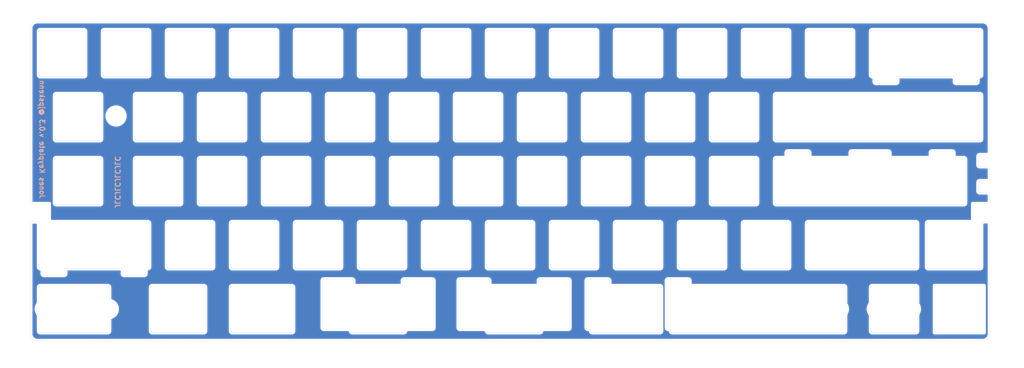
<source format=kicad_pcb>
(kicad_pcb (version 20171130) (host pcbnew "(5.1.6-0-10_14)")
  (layers (0 F.Cu signal) (31 B.Cu signal) (34 B.Paste user) (35 F.Paste user) (36 B.SilkS user) (37 F.SilkS user) (38 B.Mask user) (39 F.Mask user) (44 Edge.Cuts user))
  (net 0 "")
  (module MountingHole:MountingHole_5.3mm_M5 (layer F.Cu) (at 44.075 44.05)
    (fp_text reference REF** hide)
    (fp_text value MountingHole_5.3mm_M5)
    (pad 1 np_thru_hole circle (at 0 0) (size 5.3 5.3) (drill 5.3) (layers *.Cu *.Mask))
  )
  (gr_text JLCJLCJLCJLC (at 44.5 63.725 270) (layer B.SilkS) (effects (font (size 1.5 1.5) (thickness 0.3)) (justify mirror)))
  (gr_line (start 18.663472 108.904778) (end 18.663472 76.06513) (layer Edge.Cuts) (width 0.05))
  (gr_line (start 18.670527 109.06) (end 18.663472 108.904778) (layer Edge.Cuts) (width 0.05))
  (gr_line (start 18.688519 109.215927) (end 18.670527 109.06) (layer Edge.Cuts) (width 0.05))
  (gr_line (start 18.719563 109.370091) (end 18.688519 109.215927) (layer Edge.Cuts) (width 0.05))
  (gr_line (start 18.761544 109.521785) (end 18.719563 109.370091) (layer Edge.Cuts) (width 0.05))
  (gr_line (start 18.816577 109.669951) (end 18.761544 109.521785) (layer Edge.Cuts) (width 0.05))
  (gr_line (start 18.881487 109.811062) (end 18.816577 109.669951) (layer Edge.Cuts) (width 0.05))
  (gr_line (start 18.958393 109.94794) (end 18.881487 109.811062) (layer Edge.Cuts) (width 0.05))
  (gr_line (start 304.038814 108.904778) (end 304.032817 109.06) (layer Edge.Cuts) (width 0.05))
  (gr_curve (pts (xy 18.809874 75.711295) (xy 18.903713 75.617809) (xy 19.031064 75.564892) (xy 19.163356 75.564892)) (layer Edge.Cuts) (width 0.05))
  (gr_curve (pts (xy 18.663472 76.06513) (xy 18.663472 75.932486) (xy 18.716036 75.805133) (xy 18.809874 75.711295)) (layer Edge.Cuts) (width 0.05))
  (gr_line (start 303.885709 109.669951) (end 303.820798 109.811062) (layer Edge.Cuts) (width 0.05))
  (gr_line (start 303.940742 109.521785) (end 303.885709 109.669951) (layer Edge.Cuts) (width 0.05))
  (gr_line (start 303.982723 109.370091) (end 303.940742 109.521785) (layer Edge.Cuts) (width 0.05))
  (gr_line (start 304.013767 109.215927) (end 303.982723 109.370091) (layer Edge.Cuts) (width 0.05))
  (gr_line (start 304.032817 109.06) (end 304.013767 109.215927) (layer Edge.Cuts) (width 0.05))
  (gr_line (start 302.038922 110.902907) (end 20.664422 110.905023) (layer Edge.Cuts) (width 0.05))
  (gr_line (start 302.194849 110.896909) (end 302.038922 110.902907) (layer Edge.Cuts) (width 0.05))
  (gr_line (start 302.350777 110.878918) (end 302.194849 110.896909) (layer Edge.Cuts) (width 0.05))
  (gr_line (start 302.50494 110.848932) (end 302.350777 110.878918) (layer Edge.Cuts) (width 0.05))
  (gr_line (start 302.657693 110.806951) (end 302.50494 110.848932) (layer Edge.Cuts) (width 0.05))
  (gr_line (start 302.803742 110.75086) (end 302.657693 110.806951) (layer Edge.Cuts) (width 0.05))
  (gr_line (start 302.945911 110.685949) (end 302.803742 110.75086) (layer Edge.Cuts) (width 0.05))
  (gr_line (start 303.082789 110.609043) (end 302.945911 110.685949) (layer Edge.Cuts) (width 0.05))
  (gr_line (start 303.213669 110.521908) (end 303.082789 110.609043) (layer Edge.Cuts) (width 0.05))
  (gr_line (start 303.336788 110.423836) (end 303.213669 110.521908) (layer Edge.Cuts) (width 0.05))
  (gr_line (start 303.452852 110.319061) (end 303.336788 110.423836) (layer Edge.Cuts) (width 0.05))
  (gr_line (start 303.558685 110.202997) (end 303.452852 110.319061) (layer Edge.Cuts) (width 0.05))
  (gr_line (start 303.657815 110.07882) (end 303.558685 110.202997) (layer Edge.Cuts) (width 0.05))
  (gr_line (start 303.743893 109.94794) (end 303.657815 110.07882) (layer Edge.Cuts) (width 0.05))
  (gr_line (start 303.820798 109.811062) (end 303.743893 109.94794) (layer Edge.Cuts) (width 0.05))
  (gr_line (start 19.045529 110.07882) (end 18.958393 109.94794) (layer Edge.Cuts) (width 0.05))
  (gr_line (start 19.143601 110.202997) (end 19.045529 110.07882) (layer Edge.Cuts) (width 0.05))
  (gr_line (start 19.249434 110.319061) (end 19.143601 110.202997) (layer Edge.Cuts) (width 0.05))
  (gr_line (start 19.365498 110.423836) (end 19.249434 110.319061) (layer Edge.Cuts) (width 0.05))
  (gr_line (start 19.488616 110.521908) (end 19.365498 110.423836) (layer Edge.Cuts) (width 0.05))
  (gr_line (start 19.619497 110.609043) (end 19.488616 110.521908) (layer Edge.Cuts) (width 0.05))
  (gr_line (start 19.756374 110.685949) (end 19.619497 110.609043) (layer Edge.Cuts) (width 0.05))
  (gr_line (start 19.898544 110.75086) (end 19.756374 110.685949) (layer Edge.Cuts) (width 0.05))
  (gr_line (start 20.045652 110.806951) (end 19.898544 110.75086) (layer Edge.Cuts) (width 0.05))
  (gr_line (start 20.197346 110.848932) (end 20.045652 110.806951) (layer Edge.Cuts) (width 0.05))
  (gr_line (start 20.351509 110.878918) (end 20.197346 110.848932) (layer Edge.Cuts) (width 0.05))
  (gr_line (start 20.507437 110.896909) (end 20.351509 110.878918) (layer Edge.Cuts) (width 0.05))
  (gr_line (start 20.664422 110.905023) (end 20.507437 110.896909) (layer Edge.Cuts) (width 0.05))
  (gr_line (start 301.699903 75.499981) (end 303.538929 75.499981) (layer Edge.Cuts) (width 0.05))
  (gr_curve (pts (xy 304.038814 75.999866) (xy 304.038814 80.162281) (xy 304.038814 108.904778) (xy 304.038814 108.904778)) (layer Edge.Cuts) (width 0.05))
  (gr_curve (pts (xy 303.538929 75.499981) (xy 303.814801 75.499981) (xy 304.038814 75.723995) (xy 304.038814 75.999866)) (layer Edge.Cuts) (width 0.05))
  (gr_curve (pts (xy 111.200379 31.85019) (xy 111.200379 32.124298) (xy 110.974602 32.350075) (xy 110.700142 32.350075)) (layer Edge.Cuts) (width 0.05))
  (gr_line (start 212.000027 18.350124) (end 224.999856 18.350124) (layer Edge.Cuts) (width 0.05))
  (gr_curve (pts (xy 224.999856 18.350124) (xy 225.274317 18.350124) (xy 225.500094 18.575901) (xy 225.500094 18.850009)) (layer Edge.Cuts) (width 0.05))
  (gr_line (start 211.500143 31.85019) (end 211.500143 18.850009) (layer Edge.Cuts) (width 0.05))
  (gr_curve (pts (xy 211.500143 18.850009) (xy 211.500143 18.575901) (xy 211.72592 18.350124) (xy 212.000027 18.350124)) (layer Edge.Cuts) (width 0.05))
  (gr_line (start 224.999856 32.350075) (end 212.000027 32.350075) (layer Edge.Cuts) (width 0.05))
  (gr_curve (pts (xy 212.000027 32.350075) (xy 211.72592 32.350075) (xy 211.500143 32.124298) (xy 211.500143 31.85019)) (layer Edge.Cuts) (width 0.05))
  (gr_line (start 206.450141 31.85019) (end 206.450141 31.85019) (layer Edge.Cuts) (width 0.05))
  (gr_line (start 206.450141 18.850009) (end 206.450141 31.85019) (layer Edge.Cuts) (width 0.05))
  (gr_curve (pts (xy 225.500094 31.85019) (xy 225.500094 32.124298) (xy 225.274317 32.350075) (xy 224.999856 32.350075)) (layer Edge.Cuts) (width 0.05))
  (gr_line (start 192.950075 18.350124) (end 205.949904 18.350124) (layer Edge.Cuts) (width 0.05))
  (gr_curve (pts (xy 205.949904 18.350124) (xy 206.224364 18.350124) (xy 206.450141 18.575901) (xy 206.450141 18.850009)) (layer Edge.Cuts) (width 0.05))
  (gr_line (start 192.45019 31.85019) (end 192.45019 18.850009) (layer Edge.Cuts) (width 0.05))
  (gr_curve (pts (xy 192.45019 18.850009) (xy 192.45019 18.575901) (xy 192.675967 18.350124) (xy 192.950075 18.350124)) (layer Edge.Cuts) (width 0.05))
  (gr_line (start 205.949904 32.350075) (end 192.950075 32.350075) (layer Edge.Cuts) (width 0.05))
  (gr_curve (pts (xy 192.950075 32.350075) (xy 192.675967 32.350075) (xy 192.45019 32.124298) (xy 192.45019 31.85019)) (layer Edge.Cuts) (width 0.05))
  (gr_line (start 92.150427 31.85019) (end 92.150427 31.85019) (layer Edge.Cuts) (width 0.05))
  (gr_line (start 92.150427 18.850009) (end 92.150427 31.85019) (layer Edge.Cuts) (width 0.05))
  (gr_curve (pts (xy 206.450141 31.85019) (xy 206.450141 32.124298) (xy 206.224364 32.350075) (xy 205.949904 32.350075)) (layer Edge.Cuts) (width 0.05))
  (gr_line (start 78.650361 18.350124) (end 91.650189 18.350124) (layer Edge.Cuts) (width 0.05))
  (gr_curve (pts (xy 91.650189 18.350124) (xy 91.92465 18.350124) (xy 92.150427 18.575901) (xy 92.150427 18.850009)) (layer Edge.Cuts) (width 0.05))
  (gr_line (start 78.150476 31.85019) (end 78.150476 18.850009) (layer Edge.Cuts) (width 0.05))
  (gr_curve (pts (xy 78.150476 18.850009) (xy 78.150476 18.575901) (xy 78.376253 18.350124) (xy 78.650361 18.350124)) (layer Edge.Cuts) (width 0.05))
  (gr_line (start 91.650189 32.350075) (end 78.650361 32.350075) (layer Edge.Cuts) (width 0.05))
  (gr_curve (pts (xy 78.650361 32.350075) (xy 78.376253 32.350075) (xy 78.150476 32.124298) (xy 78.150476 31.85019)) (layer Edge.Cuts) (width 0.05))
  (gr_line (start 35.00057 31.85019) (end 35.00057 31.85019) (layer Edge.Cuts) (width 0.05))
  (gr_line (start 35.00057 18.850009) (end 35.00057 31.85019) (layer Edge.Cuts) (width 0.05))
  (gr_curve (pts (xy 92.150427 31.85019) (xy 92.150427 32.124298) (xy 91.92465 32.350075) (xy 91.650189 32.350075)) (layer Edge.Cuts) (width 0.05))
  (gr_line (start 21.500504 18.350124) (end 34.500332 18.350124) (layer Edge.Cuts) (width 0.05))
  (gr_curve (pts (xy 34.500332 18.350124) (xy 34.774793 18.350124) (xy 35.00057 18.575901) (xy 35.00057 18.850009)) (layer Edge.Cuts) (width 0.05))
  (gr_line (start 21.000619 31.85019) (end 21.000619 18.850009) (layer Edge.Cuts) (width 0.05))
  (gr_curve (pts (xy 21.000619 18.850009) (xy 21.000619 18.575901) (xy 21.226396 18.350124) (xy 21.500504 18.350124)) (layer Edge.Cuts) (width 0.05))
  (gr_line (start 34.500332 32.350075) (end 21.500504 32.350075) (layer Edge.Cuts) (width 0.05))
  (gr_curve (pts (xy 21.500504 32.350075) (xy 21.226396 32.350075) (xy 21.000619 32.124298) (xy 21.000619 31.85019)) (layer Edge.Cuts) (width 0.05))
  (gr_line (start 130.250332 31.85019) (end 130.250332 31.85019) (layer Edge.Cuts) (width 0.05))
  (gr_line (start 130.250332 18.850009) (end 130.250332 31.85019) (layer Edge.Cuts) (width 0.05))
  (gr_curve (pts (xy 35.00057 31.85019) (xy 35.00057 32.124298) (xy 34.774793 32.350075) (xy 34.500332 32.350075)) (layer Edge.Cuts) (width 0.05))
  (gr_line (start 116.750266 18.350124) (end 129.750094 18.350124) (layer Edge.Cuts) (width 0.05))
  (gr_curve (pts (xy 129.750094 18.350124) (xy 130.024555 18.350124) (xy 130.250332 18.575901) (xy 130.250332 18.850009)) (layer Edge.Cuts) (width 0.05))
  (gr_line (start 116.25038 31.85019) (end 116.25038 18.850009) (layer Edge.Cuts) (width 0.05))
  (gr_curve (pts (xy 116.25038 18.850009) (xy 116.25038 18.575901) (xy 116.476158 18.350124) (xy 116.750266 18.350124)) (layer Edge.Cuts) (width 0.05))
  (gr_line (start 129.750094 32.350075) (end 116.750266 32.350075) (layer Edge.Cuts) (width 0.05))
  (gr_curve (pts (xy 116.750266 32.350075) (xy 116.476158 32.350075) (xy 116.25038 32.124298) (xy 116.25038 31.85019)) (layer Edge.Cuts) (width 0.05))
  (gr_line (start 149.300284 31.85019) (end 149.300284 31.85019) (layer Edge.Cuts) (width 0.05))
  (gr_line (start 149.300284 18.850009) (end 149.300284 31.85019) (layer Edge.Cuts) (width 0.05))
  (gr_curve (pts (xy 130.250332 31.85019) (xy 130.250332 32.124298) (xy 130.024555 32.350075) (xy 129.750094 32.350075)) (layer Edge.Cuts) (width 0.05))
  (gr_line (start 135.800218 18.350124) (end 148.800047 18.350124) (layer Edge.Cuts) (width 0.05))
  (gr_curve (pts (xy 148.800047 18.350124) (xy 149.074507 18.350124) (xy 149.300284 18.575901) (xy 149.300284 18.850009)) (layer Edge.Cuts) (width 0.05))
  (gr_line (start 135.300333 31.85019) (end 135.300333 18.850009) (layer Edge.Cuts) (width 0.05))
  (gr_curve (pts (xy 135.300333 18.850009) (xy 135.300333 18.575901) (xy 135.52611 18.350124) (xy 135.800218 18.350124)) (layer Edge.Cuts) (width 0.05))
  (gr_line (start 148.800047 32.350075) (end 135.800218 32.350075) (layer Edge.Cuts) (width 0.05))
  (gr_curve (pts (xy 135.800218 32.350075) (xy 135.52611 32.350075) (xy 135.300333 32.124298) (xy 135.300333 31.85019)) (layer Edge.Cuts) (width 0.05))
  (gr_line (start 168.350237 31.85019) (end 168.350237 31.85019) (layer Edge.Cuts) (width 0.05))
  (gr_line (start 168.350237 18.850009) (end 168.350237 31.85019) (layer Edge.Cuts) (width 0.05))
  (gr_curve (pts (xy 149.300284 31.85019) (xy 149.300284 32.124298) (xy 149.074507 32.350075) (xy 148.800047 32.350075)) (layer Edge.Cuts) (width 0.05))
  (gr_line (start 154.85017 18.350124) (end 167.849999 18.350124) (layer Edge.Cuts) (width 0.05))
  (gr_curve (pts (xy 167.849999 18.350124) (xy 168.124459 18.350124) (xy 168.350237 18.575901) (xy 168.350237 18.850009)) (layer Edge.Cuts) (width 0.05))
  (gr_line (start 154.350286 31.85019) (end 154.350286 18.850009) (layer Edge.Cuts) (width 0.05))
  (gr_curve (pts (xy 154.350286 18.850009) (xy 154.350286 18.575901) (xy 154.576063 18.350124) (xy 154.85017 18.350124)) (layer Edge.Cuts) (width 0.05))
  (gr_line (start 167.849999 32.350075) (end 154.85017 32.350075) (layer Edge.Cuts) (width 0.05))
  (gr_curve (pts (xy 154.85017 32.350075) (xy 154.576063 32.350075) (xy 154.350286 32.124298) (xy 154.350286 31.85019)) (layer Edge.Cuts) (width 0.05))
  (gr_line (start 187.400189 31.85019) (end 187.400189 31.85019) (layer Edge.Cuts) (width 0.05))
  (gr_line (start 187.400189 18.850009) (end 187.400189 31.85019) (layer Edge.Cuts) (width 0.05))
  (gr_curve (pts (xy 168.350237 31.85019) (xy 168.350237 32.124298) (xy 168.124459 32.350075) (xy 167.849999 32.350075)) (layer Edge.Cuts) (width 0.05))
  (gr_line (start 173.900123 18.350124) (end 186.899951 18.350124) (layer Edge.Cuts) (width 0.05))
  (gr_curve (pts (xy 186.899951 18.350124) (xy 187.174412 18.350124) (xy 187.400189 18.575901) (xy 187.400189 18.850009)) (layer Edge.Cuts) (width 0.05))
  (gr_line (start 173.400238 31.85019) (end 173.400238 18.850009) (layer Edge.Cuts) (width 0.05))
  (gr_curve (pts (xy 173.400238 18.850009) (xy 173.400238 18.575901) (xy 173.626015 18.350124) (xy 173.900123 18.350124)) (layer Edge.Cuts) (width 0.05))
  (gr_line (start 186.899951 32.350075) (end 173.900123 32.350075) (layer Edge.Cuts) (width 0.05))
  (gr_curve (pts (xy 173.900123 32.350075) (xy 173.626015 32.350075) (xy 173.400238 32.124298) (xy 173.400238 31.85019)) (layer Edge.Cuts) (width 0.05))
  (gr_line (start 276.736705 32.350075) (end 276.736705 32.350075) (layer Edge.Cuts) (width 0.05))
  (gr_line (start 293.612846 32.350075) (end 276.736705 32.350075) (layer Edge.Cuts) (width 0.05))
  (gr_line (start 293.612846 33.850083) (end 293.612846 32.350075) (layer Edge.Cuts) (width 0.05))
  (gr_curve (pts (xy 187.400189 31.85019) (xy 187.400189 32.124298) (xy 187.174412 32.350075) (xy 186.899951 32.350075)) (layer Edge.Cuts) (width 0.05))
  (gr_line (start 300.11276 34.349967) (end 294.112731 34.349967) (layer Edge.Cuts) (width 0.05))
  (gr_curve (pts (xy 294.112731 34.349967) (xy 293.838623 34.349967) (xy 293.612846 34.124543) (xy 293.612846 33.850083)) (layer Edge.Cuts) (width 0.05))
  (gr_line (start 300.612645 32.350075) (end 300.612645 33.850083) (layer Edge.Cuts) (width 0.05))
  (gr_line (start 301.199666 32.350075) (end 300.612645 32.350075) (layer Edge.Cuts) (width 0.05))
  (gr_curve (pts (xy 300.612645 33.850083) (xy 300.612645 34.124543) (xy 300.38722 34.349967) (xy 300.11276 34.349967)) (layer Edge.Cuts) (width 0.05))
  (gr_line (start 301.699903 18.850009) (end 301.699903 31.85019) (layer Edge.Cuts) (width 0.05))
  (gr_curve (pts (xy 301.699903 31.85019) (xy 301.699903 32.124298) (xy 301.474126 32.350075) (xy 301.199666 32.350075)) (layer Edge.Cuts) (width 0.05))
  (gr_line (start 269.149885 18.350124) (end 301.199666 18.350124) (layer Edge.Cuts) (width 0.05))
  (gr_curve (pts (xy 301.199666 18.350124) (xy 301.474126 18.350124) (xy 301.699903 18.575901) (xy 301.699903 18.850009)) (layer Edge.Cuts) (width 0.05))
  (gr_line (start 268.65 31.85019) (end 268.65 18.850009) (layer Edge.Cuts) (width 0.05))
  (gr_curve (pts (xy 268.65 18.850009) (xy 268.65 18.575901) (xy 268.875777 18.350124) (xy 269.149885 18.350124)) (layer Edge.Cuts) (width 0.05))
  (gr_line (start 269.736905 32.350075) (end 269.149885 32.350075) (layer Edge.Cuts) (width 0.05))
  (gr_line (start 269.736905 33.850083) (end 269.736905 32.350075) (layer Edge.Cuts) (width 0.05))
  (gr_curve (pts (xy 269.149885 32.350075) (xy 268.875777 32.350075) (xy 268.65 32.124298) (xy 268.65 31.85019)) (layer Edge.Cuts) (width 0.05))
  (gr_line (start 276.23682 34.349967) (end 270.23679 34.349967) (layer Edge.Cuts) (width 0.05))
  (gr_curve (pts (xy 270.23679 34.349967) (xy 269.962683 34.349967) (xy 269.736905 34.124543) (xy 269.736905 33.850083)) (layer Edge.Cuts) (width 0.05))
  (gr_line (start 276.736705 32.350075) (end 276.736705 33.850083) (layer Edge.Cuts) (width 0.05))
  (gr_curve (pts (xy 276.736705 33.850083) (xy 276.736705 34.124543) (xy 276.51128 34.349967) (xy 276.23682 34.349967)) (layer Edge.Cuts) (width 0.05))
  (gr_line (start 158.82526 50.900144) (end 158.82526 50.900144) (layer Edge.Cuts) (width 0.05))
  (gr_line (start 158.82526 37.899961) (end 158.82526 50.900144) (layer Edge.Cuts) (width 0.05))
  (gr_line (start 145.325194 37.400076) (end 158.325023 37.400076) (layer Edge.Cuts) (width 0.05))
  (gr_curve (pts (xy 158.325023 37.400076) (xy 158.599483 37.400076) (xy 158.82526 37.625854) (xy 158.82526 37.899961)) (layer Edge.Cuts) (width 0.05))
  (gr_line (start 144.825309 50.900144) (end 144.825309 37.899961) (layer Edge.Cuts) (width 0.05))
  (gr_curve (pts (xy 144.825309 37.899961) (xy 144.825309 37.625854) (xy 145.051087 37.400076) (xy 145.325194 37.400076)) (layer Edge.Cuts) (width 0.05))
  (gr_line (start 158.325023 51.400028) (end 145.325194 51.400028) (layer Edge.Cuts) (width 0.05))
  (gr_curve (pts (xy 145.325194 51.400028) (xy 145.051087 51.400028) (xy 144.825309 51.17425) (xy 144.825309 50.900144)) (layer Edge.Cuts) (width 0.05))
  (gr_line (start 101.675403 50.900144) (end 101.675403 50.900144) (layer Edge.Cuts) (width 0.05))
  (gr_line (start 101.675403 37.899961) (end 101.675403 50.900144) (layer Edge.Cuts) (width 0.05))
  (gr_curve (pts (xy 158.82526 50.900144) (xy 158.82526 51.17425) (xy 158.599483 51.400028) (xy 158.325023 51.400028)) (layer Edge.Cuts) (width 0.05))
  (gr_line (start 88.175337 37.400076) (end 101.175166 37.400076) (layer Edge.Cuts) (width 0.05))
  (gr_curve (pts (xy 101.175166 37.400076) (xy 101.449626 37.400076) (xy 101.675403 37.625854) (xy 101.675403 37.899961)) (layer Edge.Cuts) (width 0.05))
  (gr_line (start 87.675452 50.900144) (end 87.675452 37.899961) (layer Edge.Cuts) (width 0.05))
  (gr_curve (pts (xy 87.675452 37.899961) (xy 87.675452 37.625854) (xy 87.901229 37.400076) (xy 88.175337 37.400076)) (layer Edge.Cuts) (width 0.05))
  (gr_line (start 101.175166 51.400028) (end 88.175337 51.400028) (layer Edge.Cuts) (width 0.05))
  (gr_curve (pts (xy 88.175337 51.400028) (xy 87.901229 51.400028) (xy 87.675452 51.17425) (xy 87.675452 50.900144)) (layer Edge.Cuts) (width 0.05))
  (gr_line (start 120.725356 50.900144) (end 120.725356 50.900144) (layer Edge.Cuts) (width 0.05))
  (gr_line (start 120.725356 37.899961) (end 120.725356 50.900144) (layer Edge.Cuts) (width 0.05))
  (gr_curve (pts (xy 101.675403 50.900144) (xy 101.675403 51.17425) (xy 101.449626 51.400028) (xy 101.175166 51.400028)) (layer Edge.Cuts) (width 0.05))
  (gr_line (start 107.225289 37.400076) (end 120.225118 37.400076) (layer Edge.Cuts) (width 0.05))
  (gr_curve (pts (xy 120.225118 37.400076) (xy 120.499578 37.400076) (xy 120.725356 37.625854) (xy 120.725356 37.899961)) (layer Edge.Cuts) (width 0.05))
  (gr_line (start 106.725405 50.900144) (end 106.725405 37.899961) (layer Edge.Cuts) (width 0.05))
  (gr_curve (pts (xy 106.725405 37.899961) (xy 106.725405 37.625854) (xy 106.951182 37.400076) (xy 107.225289 37.400076)) (layer Edge.Cuts) (width 0.05))
  (gr_line (start 120.225118 51.400028) (end 107.225289 51.400028) (layer Edge.Cuts) (width 0.05))
  (gr_curve (pts (xy 107.225289 51.400028) (xy 106.951182 51.400028) (xy 106.725405 51.17425) (xy 106.725405 50.900144)) (layer Edge.Cuts) (width 0.05))
  (gr_line (start 301.199666 37.400076) (end 301.199666 37.400076) (layer Edge.Cuts) (width 0.05))
  (gr_line (start 240.574956 37.400076) (end 301.199666 37.400076) (layer Edge.Cuts) (width 0.05))
  (gr_curve (pts (xy 120.725356 50.900144) (xy 120.725356 51.17425) (xy 120.499578 51.400028) (xy 120.225118 51.400028)) (layer Edge.Cuts) (width 0.05))
  (gr_line (start 240.075071 50.900144) (end 240.075071 37.899961) (layer Edge.Cuts) (width 0.05))
  (gr_curve (pts (xy 240.075071 37.899961) (xy 240.075071 37.625854) (xy 240.300848 37.400076) (xy 240.574956 37.400076)) (layer Edge.Cuts) (width 0.05))
  (gr_line (start 301.199666 51.400028) (end 240.574956 51.400028) (layer Edge.Cuts) (width 0.05))
  (gr_curve (pts (xy 240.574956 51.400028) (xy 240.300848 51.400028) (xy 240.075071 51.17425) (xy 240.075071 50.900144)) (layer Edge.Cuts) (width 0.05))
  (gr_line (start 301.699903 37.899961) (end 301.699903 50.900144) (layer Edge.Cuts) (width 0.05))
  (gr_curve (pts (xy 301.699903 50.900144) (xy 301.699903 51.17425) (xy 301.474126 51.400028) (xy 301.199666 51.400028)) (layer Edge.Cuts) (width 0.05))
  (gr_line (start 196.925165 50.900144) (end 196.925165 50.900144) (layer Edge.Cuts) (width 0.05))
  (gr_line (start 196.925165 37.899961) (end 196.925165 50.900144) (layer Edge.Cuts) (width 0.05))
  (gr_curve (pts (xy 301.199666 37.400076) (xy 301.474126 37.400076) (xy 301.699903 37.625854) (xy 301.699903 37.899961)) (layer Edge.Cuts) (width 0.05))
  (gr_line (start 183.425099 37.400076) (end 196.424928 37.400076) (layer Edge.Cuts) (width 0.05))
  (gr_curve (pts (xy 196.424928 37.400076) (xy 196.699388 37.400076) (xy 196.925165 37.625854) (xy 196.925165 37.899961)) (layer Edge.Cuts) (width 0.05))
  (gr_line (start 182.925214 50.900144) (end 182.925214 37.899961) (layer Edge.Cuts) (width 0.05))
  (gr_curve (pts (xy 182.925214 37.899961) (xy 182.925214 37.625854) (xy 183.150991 37.400076) (xy 183.425099 37.400076)) (layer Edge.Cuts) (width 0.05))
  (gr_line (start 196.424928 51.400028) (end 183.425099 51.400028) (layer Edge.Cuts) (width 0.05))
  (gr_curve (pts (xy 183.425099 51.400028) (xy 183.150991 51.400028) (xy 182.925214 51.17425) (xy 182.925214 50.900144)) (layer Edge.Cuts) (width 0.05))
  (gr_line (start 39.26282 37.400076) (end 39.26282 37.400076) (layer Edge.Cuts) (width 0.05))
  (gr_line (start 26.262992 37.400076) (end 39.26282 37.400076) (layer Edge.Cuts) (width 0.05))
  (gr_curve (pts (xy 196.925165 50.900144) (xy 196.925165 51.17425) (xy 196.699388 51.400028) (xy 196.424928 51.400028)) (layer Edge.Cuts) (width 0.05))
  (gr_line (start 25.763107 50.900144) (end 25.763107 37.899961) (layer Edge.Cuts) (width 0.05))
  (gr_curve (pts (xy 25.763107 37.899961) (xy 25.763107 37.625854) (xy 25.988884 37.400076) (xy 26.262992 37.400076)) (layer Edge.Cuts) (width 0.05))
  (gr_line (start 39.26282 51.400028) (end 26.262992 51.400028) (layer Edge.Cuts) (width 0.05))
  (gr_curve (pts (xy 26.262992 51.400028) (xy 25.988884 51.400028) (xy 25.763107 51.17425) (xy 25.763107 50.900144)) (layer Edge.Cuts) (width 0.05))
  (gr_line (start 39.763058 37.899961) (end 39.763058 50.900144) (layer Edge.Cuts) (width 0.05))
  (gr_curve (pts (xy 39.763058 50.900144) (xy 39.763058 51.17425) (xy 39.537281 51.400028) (xy 39.26282 51.400028)) (layer Edge.Cuts) (width 0.05))
  (gr_line (start 82.625451 50.900144) (end 82.625451 50.900144) (layer Edge.Cuts) (width 0.05))
  (gr_line (start 82.625451 37.899961) (end 82.625451 50.900144) (layer Edge.Cuts) (width 0.05))
  (gr_curve (pts (xy 39.26282 37.400076) (xy 39.537281 37.400076) (xy 39.763058 37.625854) (xy 39.763058 37.899961)) (layer Edge.Cuts) (width 0.05))
  (gr_line (start 69.125385 37.400076) (end 82.125213 37.400076) (layer Edge.Cuts) (width 0.05))
  (gr_curve (pts (xy 82.125213 37.400076) (xy 82.399674 37.400076) (xy 82.625451 37.625854) (xy 82.625451 37.899961)) (layer Edge.Cuts) (width 0.05))
  (gr_line (start 68.6255 50.900144) (end 68.6255 37.899961) (layer Edge.Cuts) (width 0.05))
  (gr_curve (pts (xy 68.6255 37.899961) (xy 68.6255 37.625854) (xy 68.851277 37.400076) (xy 69.125385 37.400076)) (layer Edge.Cuts) (width 0.05))
  (gr_line (start 82.125213 51.400028) (end 69.125385 51.400028) (layer Edge.Cuts) (width 0.05))
  (gr_curve (pts (xy 69.125385 51.400028) (xy 68.851277 51.400028) (xy 68.6255 51.17425) (xy 68.6255 50.900144)) (layer Edge.Cuts) (width 0.05))
  (gr_line (start 50.075432 51.400028) (end 50.075432 51.400028) (layer Edge.Cuts) (width 0.05))
  (gr_line (start 63.075261 51.400028) (end 50.075432 51.400028) (layer Edge.Cuts) (width 0.05))
  (gr_curve (pts (xy 82.625451 50.900144) (xy 82.625451 51.17425) (xy 82.399674 51.400028) (xy 82.125213 51.400028)) (layer Edge.Cuts) (width 0.05))
  (gr_line (start 63.575499 37.899961) (end 63.575499 50.900144) (layer Edge.Cuts) (width 0.05))
  (gr_curve (pts (xy 63.575499 50.900144) (xy 63.575499 51.17425) (xy 63.349721 51.400028) (xy 63.075261 51.400028)) (layer Edge.Cuts) (width 0.05))
  (gr_line (start 50.075432 37.400076) (end 63.075261 37.400076) (layer Edge.Cuts) (width 0.05))
  (gr_curve (pts (xy 63.075261 37.400076) (xy 63.349721 37.400076) (xy 63.575499 37.625854) (xy 63.575499 37.899961)) (layer Edge.Cuts) (width 0.05))
  (gr_line (start 49.575547 50.900144) (end 49.575547 37.899961) (layer Edge.Cuts) (width 0.05))
  (gr_curve (pts (xy 49.575547 37.899961) (xy 49.575547 37.625854) (xy 49.801325 37.400076) (xy 50.075432 37.400076)) (layer Edge.Cuts) (width 0.05))
  (gr_line (start 139.775308 50.900144) (end 139.775308 50.900144) (layer Edge.Cuts) (width 0.05))
  (gr_line (start 139.775308 37.899961) (end 139.775308 50.900144) (layer Edge.Cuts) (width 0.05))
  (gr_curve (pts (xy 50.075432 51.400028) (xy 49.801325 51.400028) (xy 49.575547 51.17425) (xy 49.575547 50.900144)) (layer Edge.Cuts) (width 0.05))
  (gr_line (start 126.275242 37.400076) (end 139.27507 37.400076) (layer Edge.Cuts) (width 0.05))
  (gr_curve (pts (xy 139.27507 37.400076) (xy 139.549531 37.400076) (xy 139.775308 37.625854) (xy 139.775308 37.899961)) (layer Edge.Cuts) (width 0.05))
  (gr_line (start 125.775357 50.900144) (end 125.775357 37.899961) (layer Edge.Cuts) (width 0.05))
  (gr_curve (pts (xy 125.775357 37.899961) (xy 125.775357 37.625854) (xy 126.001134 37.400076) (xy 126.275242 37.400076)) (layer Edge.Cuts) (width 0.05))
  (gr_line (start 139.27507 51.400028) (end 126.275242 51.400028) (layer Edge.Cuts) (width 0.05))
  (gr_curve (pts (xy 126.275242 51.400028) (xy 126.001134 51.400028) (xy 125.775357 51.17425) (xy 125.775357 50.900144)) (layer Edge.Cuts) (width 0.05))
  (gr_line (start 177.875213 50.900144) (end 177.875213 50.900144) (layer Edge.Cuts) (width 0.05))
  (gr_line (start 177.875213 37.899961) (end 177.875213 50.900144) (layer Edge.Cuts) (width 0.05))
  (gr_curve (pts (xy 139.775308 50.900144) (xy 139.775308 51.17425) (xy 139.549531 51.400028) (xy 139.27507 51.400028)) (layer Edge.Cuts) (width 0.05))
  (gr_line (start 164.375147 37.400076) (end 177.374975 37.400076) (layer Edge.Cuts) (width 0.05))
  (gr_curve (pts (xy 177.374975 37.400076) (xy 177.649436 37.400076) (xy 177.875213 37.625854) (xy 177.875213 37.899961)) (layer Edge.Cuts) (width 0.05))
  (gr_line (start 163.875262 50.900144) (end 163.875262 37.899961) (layer Edge.Cuts) (width 0.05))
  (gr_curve (pts (xy 163.875262 37.899961) (xy 163.875262 37.625854) (xy 164.101039 37.400076) (xy 164.375147 37.400076)) (layer Edge.Cuts) (width 0.05))
  (gr_line (start 177.374975 51.400028) (end 164.375147 51.400028) (layer Edge.Cuts) (width 0.05))
  (gr_curve (pts (xy 164.375147 51.400028) (xy 164.101039 51.400028) (xy 163.875262 51.17425) (xy 163.875262 50.900144)) (layer Edge.Cuts) (width 0.05))
  (gr_line (start 215.975118 50.900144) (end 215.975118 50.900144) (layer Edge.Cuts) (width 0.05))
  (gr_line (start 215.975118 37.899961) (end 215.975118 50.900144) (layer Edge.Cuts) (width 0.05))
  (gr_curve (pts (xy 177.875213 50.900144) (xy 177.875213 51.17425) (xy 177.649436 51.400028) (xy 177.374975 51.400028)) (layer Edge.Cuts) (width 0.05))
  (gr_line (start 202.475051 37.400076) (end 215.47488 37.400076) (layer Edge.Cuts) (width 0.05))
  (gr_curve (pts (xy 215.47488 37.400076) (xy 215.74934 37.400076) (xy 215.975118 37.625854) (xy 215.975118 37.899961)) (layer Edge.Cuts) (width 0.05))
  (gr_line (start 201.975166 50.900144) (end 201.975166 37.899961) (layer Edge.Cuts) (width 0.05))
  (gr_curve (pts (xy 201.975166 37.899961) (xy 201.975166 37.625854) (xy 202.200944 37.400076) (xy 202.475051 37.400076)) (layer Edge.Cuts) (width 0.05))
  (gr_line (start 215.47488 51.400028) (end 202.475051 51.400028) (layer Edge.Cuts) (width 0.05))
  (gr_curve (pts (xy 202.475051 51.400028) (xy 202.200944 51.400028) (xy 201.975166 51.17425) (xy 201.975166 50.900144)) (layer Edge.Cuts) (width 0.05))
  (gr_line (start 235.02507 50.900144) (end 235.02507 50.900144) (layer Edge.Cuts) (width 0.05))
  (gr_line (start 235.02507 37.899961) (end 235.02507 50.900144) (layer Edge.Cuts) (width 0.05))
  (gr_curve (pts (xy 215.975118 50.900144) (xy 215.975118 51.17425) (xy 215.74934 51.400028) (xy 215.47488 51.400028)) (layer Edge.Cuts) (width 0.05))
  (gr_line (start 221.525004 37.400076) (end 234.524832 37.400076) (layer Edge.Cuts) (width 0.05))
  (gr_curve (pts (xy 234.524832 37.400076) (xy 234.799293 37.400076) (xy 235.02507 37.625854) (xy 235.02507 37.899961)) (layer Edge.Cuts) (width 0.05))
  (gr_line (start 221.025119 50.900144) (end 221.025119 37.899961) (layer Edge.Cuts) (width 0.05))
  (gr_curve (pts (xy 221.025119 37.899961) (xy 221.025119 37.625854) (xy 221.250896 37.400076) (xy 221.525004 37.400076)) (layer Edge.Cuts) (width 0.05))
  (gr_line (start 234.524832 51.400028) (end 221.525004 51.400028) (layer Edge.Cuts) (width 0.05))
  (gr_curve (pts (xy 221.525004 51.400028) (xy 221.250896 51.400028) (xy 221.025119 51.17425) (xy 221.025119 50.900144)) (layer Edge.Cuts) (width 0.05))
  (gr_line (start 240.291323 70.360375) (end 240.291323 70.360375) (layer Edge.Cuts) (width 0.05))
  (gr_line (start 240.296262 70.364255) (end 240.291323 70.360375) (layer Edge.Cuts) (width 0.05))
  (gr_curve (pts (xy 235.02507 50.900144) (xy 235.02507 51.17425) (xy 234.799293 51.400028) (xy 234.524832 51.400028)) (layer Edge.Cuts) (width 0.05))
  (gr_line (start 240.291323 70.360375) (end 240.286385 70.3572) (layer Edge.Cuts) (width 0.05))
  (gr_curve (pts (xy 240.286385 70.3572) (xy 240.28956 70.359669) (xy 240.292735 70.361786) (xy 240.296262 70.364255)) (layer Edge.Cuts) (width 0.05))
  (gr_line (start 82.625451 69.950095) (end 82.625451 69.950095) (layer Edge.Cuts) (width 0.05))
  (gr_line (start 82.625451 56.949914) (end 82.625451 69.950095) (layer Edge.Cuts) (width 0.05))
  (gr_line (start 69.125385 56.450029) (end 82.125213 56.450029) (layer Edge.Cuts) (width 0.05))
  (gr_curve (pts (xy 82.125213 56.450029) (xy 82.399674 56.450029) (xy 82.625451 56.675806) (xy 82.625451 56.949914)) (layer Edge.Cuts) (width 0.05))
  (gr_line (start 68.6255 69.950095) (end 68.6255 56.949914) (layer Edge.Cuts) (width 0.05))
  (gr_curve (pts (xy 68.6255 56.949914) (xy 68.6255 56.675806) (xy 68.851277 56.450029) (xy 69.125385 56.450029)) (layer Edge.Cuts) (width 0.05))
  (gr_line (start 82.125213 70.44998) (end 69.125385 70.44998) (layer Edge.Cuts) (width 0.05))
  (gr_curve (pts (xy 69.125385 70.44998) (xy 68.851277 70.44998) (xy 68.6255 70.224203) (xy 68.6255 69.950095)) (layer Edge.Cuts) (width 0.05))
  (gr_line (start 240.291323 70.360375) (end 240.291323 70.360375) (layer Edge.Cuts) (width 0.05))
  (gr_line (start 240.235232 70.315572) (end 240.291323 70.360375) (layer Edge.Cuts) (width 0.05))
  (gr_curve (pts (xy 82.625451 69.950095) (xy 82.625451 70.224203) (xy 82.399674 70.44998) (xy 82.125213 70.44998)) (layer Edge.Cuts) (width 0.05))
  (gr_line (start 240.075071 56.949914) (end 240.075071 69.950095) (layer Edge.Cuts) (width 0.05))
  (gr_line (start 240.082832 56.862072) (end 240.075071 56.949914) (layer Edge.Cuts) (width 0.05))
  (gr_line (start 240.109996 56.767528) (end 240.082832 56.862072) (layer Edge.Cuts) (width 0.05))
  (gr_line (start 240.119521 56.74495) (end 240.109996 56.767528) (layer Edge.Cuts) (width 0.05))
  (gr_curve (pts (xy 240.075071 69.950095) (xy 240.075071 70.093675) (xy 240.136807 70.224203) (xy 240.235232 70.315572)) (layer Edge.Cuts) (width 0.05))
  (gr_line (start 240.248637 56.572442) (end 240.182315 56.642292) (layer Edge.Cuts) (width 0.05))
  (gr_line (start 240.326954 56.516704) (end 240.248637 56.572442) (layer Edge.Cuts) (width 0.05))
  (gr_line (start 240.352001 56.502945) (end 240.326954 56.516704) (layer Edge.Cuts) (width 0.05))
  (gr_curve (pts (xy 240.182315 56.642292) (xy 240.157268 56.673689) (xy 240.136102 56.708261) (xy 240.119521 56.74495)) (layer Edge.Cuts) (width 0.05))
  (gr_line (start 240.574956 56.450029) (end 240.487115 56.45779) (layer Edge.Cuts) (width 0.05))
  (gr_line (start 243.54322 56.450029) (end 240.574956 56.450029) (layer Edge.Cuts) (width 0.05))
  (gr_line (start 243.54322 54.950021) (end 243.54322 56.450029) (layer Edge.Cuts) (width 0.05))
  (gr_curve (pts (xy 240.487115 56.45779) (xy 240.43949 56.466609) (xy 240.393982 56.481779) (xy 240.352001 56.502945)) (layer Edge.Cuts) (width 0.05))
  (gr_line (start 250.043135 54.450137) (end 244.043105 54.450137) (layer Edge.Cuts) (width 0.05))
  (gr_curve (pts (xy 244.043105 54.450137) (xy 243.768998 54.450137) (xy 243.54322 54.675914) (xy 243.54322 54.950021)) (layer Edge.Cuts) (width 0.05))
  (gr_line (start 250.54302 56.450029) (end 250.54302 54.950021) (layer Edge.Cuts) (width 0.05))
  (gr_line (start 262.593173 56.450029) (end 250.54302 56.450029) (layer Edge.Cuts) (width 0.05))
  (gr_line (start 262.593173 54.950021) (end 262.593173 56.450029) (layer Edge.Cuts) (width 0.05))
  (gr_curve (pts (xy 250.54302 54.950021) (xy 250.54302 54.675914) (xy 250.317596 54.450137) (xy 250.043135 54.450137)) (layer Edge.Cuts) (width 0.05))
  (gr_line (start 273.919075 54.450137) (end 263.093058 54.450137) (layer Edge.Cuts) (width 0.05))
  (gr_curve (pts (xy 263.093058 54.450137) (xy 262.81895 54.450137) (xy 262.593173 54.675914) (xy 262.593173 54.950021)) (layer Edge.Cuts) (width 0.05))
  (gr_line (start 274.41896 56.450029) (end 274.41896 54.950021) (layer Edge.Cuts) (width 0.05))
  (gr_line (start 286.469114 56.450029) (end 274.41896 56.450029) (layer Edge.Cuts) (width 0.05))
  (gr_line (start 286.469114 54.950021) (end 286.469114 56.450029) (layer Edge.Cuts) (width 0.05))
  (gr_curve (pts (xy 274.41896 54.950021) (xy 274.41896 54.675914) (xy 274.193536 54.450137) (xy 273.919075 54.450137)) (layer Edge.Cuts) (width 0.05))
  (gr_line (start 292.969028 54.450137) (end 286.968998 54.450137) (layer Edge.Cuts) (width 0.05))
  (gr_curve (pts (xy 286.968998 54.450137) (xy 286.694891 54.450137) (xy 286.469114 54.675914) (xy 286.469114 54.950021)) (layer Edge.Cuts) (width 0.05))
  (gr_line (start 293.468913 56.450029) (end 293.468913 54.950021) (layer Edge.Cuts) (width 0.05))
  (gr_line (start 296.437178 56.450029) (end 293.468913 56.450029) (layer Edge.Cuts) (width 0.05))
  (gr_curve (pts (xy 293.468913 54.950021) (xy 293.468913 54.675914) (xy 293.243488 54.450137) (xy 292.969028 54.450137)) (layer Edge.Cuts) (width 0.05))
  (gr_line (start 296.937415 69.950095) (end 296.937415 56.949914) (layer Edge.Cuts) (width 0.05))
  (gr_curve (pts (xy 296.937415 56.949914) (xy 296.937415 56.675806) (xy 296.711638 56.450029) (xy 296.437178 56.450029)) (layer Edge.Cuts) (width 0.05))
  (gr_line (start 296.437178 70.44998) (end 296.45023 70.44998) (layer Edge.Cuts) (width 0.05))
  (gr_line (start 240.574956 70.44998) (end 296.437178 70.44998) (layer Edge.Cuts) (width 0.05))
  (gr_line (start 240.549556 70.449274) (end 240.574956 70.44998) (layer Edge.Cuts) (width 0.05))
  (gr_curve (pts (xy 296.45023 70.44998) (xy 296.718693 70.442924) (xy 296.937415 70.219969) (xy 296.937415 69.950095)) (layer Edge.Cuts) (width 0.05))
  (gr_line (start 240.353765 70.397769) (end 240.427143 70.427402) (layer Edge.Cuts) (width 0.05))
  (gr_line (start 240.291323 70.360375) (end 240.353765 70.397769) (layer Edge.Cuts) (width 0.05))
  (gr_curve (pts (xy 240.427143 70.427402) (xy 240.465948 70.439749) (xy 240.50687 70.447158) (xy 240.549556 70.449274)) (layer Edge.Cuts) (width 0.05))
  (gr_line (start 235.02507 69.950095) (end 235.02507 69.950095) (layer Edge.Cuts) (width 0.05))
  (gr_line (start 235.02507 56.949914) (end 235.02507 69.950095) (layer Edge.Cuts) (width 0.05))
  (gr_line (start 221.525004 56.450029) (end 234.524832 56.450029) (layer Edge.Cuts) (width 0.05))
  (gr_curve (pts (xy 234.524832 56.450029) (xy 234.799293 56.450029) (xy 235.02507 56.675806) (xy 235.02507 56.949914)) (layer Edge.Cuts) (width 0.05))
  (gr_line (start 221.025119 69.950095) (end 221.025119 56.949914) (layer Edge.Cuts) (width 0.05))
  (gr_curve (pts (xy 221.025119 56.949914) (xy 221.025119 56.675806) (xy 221.250896 56.450029) (xy 221.525004 56.450029)) (layer Edge.Cuts) (width 0.05))
  (gr_line (start 234.524832 70.44998) (end 221.525004 70.44998) (layer Edge.Cuts) (width 0.05))
  (gr_curve (pts (xy 221.525004 70.44998) (xy 221.250896 70.44998) (xy 221.025119 70.224203) (xy 221.025119 69.950095)) (layer Edge.Cuts) (width 0.05))
  (gr_line (start 215.975118 69.950095) (end 215.975118 69.950095) (layer Edge.Cuts) (width 0.05))
  (gr_line (start 215.975118 56.949914) (end 215.975118 69.950095) (layer Edge.Cuts) (width 0.05))
  (gr_curve (pts (xy 235.02507 69.950095) (xy 235.02507 70.224203) (xy 234.799293 70.44998) (xy 234.524832 70.44998)) (layer Edge.Cuts) (width 0.05))
  (gr_line (start 202.475051 56.450029) (end 215.47488 56.450029) (layer Edge.Cuts) (width 0.05))
  (gr_curve (pts (xy 215.47488 56.450029) (xy 215.74934 56.450029) (xy 215.975118 56.675806) (xy 215.975118 56.949914)) (layer Edge.Cuts) (width 0.05))
  (gr_line (start 201.975166 69.950095) (end 201.975166 56.949914) (layer Edge.Cuts) (width 0.05))
  (gr_curve (pts (xy 201.975166 56.949914) (xy 201.975166 56.675806) (xy 202.200944 56.450029) (xy 202.475051 56.450029)) (layer Edge.Cuts) (width 0.05))
  (gr_line (start 215.47488 70.44998) (end 202.475051 70.44998) (layer Edge.Cuts) (width 0.05))
  (gr_curve (pts (xy 202.475051 70.44998) (xy 202.200944 70.44998) (xy 201.975166 70.224203) (xy 201.975166 69.950095)) (layer Edge.Cuts) (width 0.05))
  (gr_line (start 139.775308 69.950095) (end 139.775308 69.950095) (layer Edge.Cuts) (width 0.05))
  (gr_line (start 139.775308 56.949914) (end 139.775308 69.950095) (layer Edge.Cuts) (width 0.05))
  (gr_curve (pts (xy 215.975118 69.950095) (xy 215.975118 70.224203) (xy 215.74934 70.44998) (xy 215.47488 70.44998)) (layer Edge.Cuts) (width 0.05))
  (gr_line (start 126.275242 56.450029) (end 139.27507 56.450029) (layer Edge.Cuts) (width 0.05))
  (gr_curve (pts (xy 139.27507 56.450029) (xy 139.549531 56.450029) (xy 139.775308 56.675806) (xy 139.775308 56.949914)) (layer Edge.Cuts) (width 0.05))
  (gr_line (start 125.775357 69.950095) (end 125.775357 56.949914) (layer Edge.Cuts) (width 0.05))
  (gr_curve (pts (xy 125.775357 56.949914) (xy 125.775357 56.675806) (xy 126.001134 56.450029) (xy 126.275242 56.450029)) (layer Edge.Cuts) (width 0.05))
  (gr_line (start 139.27507 70.44998) (end 126.275242 70.44998) (layer Edge.Cuts) (width 0.05))
  (gr_curve (pts (xy 126.275242 70.44998) (xy 126.001134 70.44998) (xy 125.775357 70.224203) (xy 125.775357 69.950095)) (layer Edge.Cuts) (width 0.05))
  (gr_line (start 50.075432 70.44998) (end 50.075432 70.44998) (layer Edge.Cuts) (width 0.05))
  (gr_line (start 63.075261 70.44998) (end 50.075432 70.44998) (layer Edge.Cuts) (width 0.05))
  (gr_curve (pts (xy 139.775308 69.950095) (xy 139.775308 70.224203) (xy 139.549531 70.44998) (xy 139.27507 70.44998)) (layer Edge.Cuts) (width 0.05))
  (gr_line (start 63.575499 56.949914) (end 63.575499 69.950095) (layer Edge.Cuts) (width 0.05))
  (gr_curve (pts (xy 63.575499 69.950095) (xy 63.575499 70.224203) (xy 63.349721 70.44998) (xy 63.075261 70.44998)) (layer Edge.Cuts) (width 0.05))
  (gr_line (start 50.075432 56.450029) (end 63.075261 56.450029) (layer Edge.Cuts) (width 0.05))
  (gr_curve (pts (xy 63.075261 56.450029) (xy 63.349721 56.450029) (xy 63.575499 56.675806) (xy 63.575499 56.949914)) (layer Edge.Cuts) (width 0.05))
  (gr_line (start 49.575547 69.950095) (end 49.575547 56.949914) (layer Edge.Cuts) (width 0.05))
  (gr_curve (pts (xy 49.575547 56.949914) (xy 49.575547 56.675806) (xy 49.801325 56.450029) (xy 50.075432 56.450029)) (layer Edge.Cuts) (width 0.05))
  (gr_line (start 120.725356 69.950095) (end 120.725356 69.950095) (layer Edge.Cuts) (width 0.05))
  (gr_line (start 120.725356 56.949914) (end 120.725356 69.950095) (layer Edge.Cuts) (width 0.05))
  (gr_curve (pts (xy 50.075432 70.44998) (xy 49.801325 70.44998) (xy 49.575547 70.224203) (xy 49.575547 69.950095)) (layer Edge.Cuts) (width 0.05))
  (gr_line (start 107.225289 56.450029) (end 120.225118 56.450029) (layer Edge.Cuts) (width 0.05))
  (gr_curve (pts (xy 120.225118 56.450029) (xy 120.499578 56.450029) (xy 120.725356 56.675806) (xy 120.725356 56.949914)) (layer Edge.Cuts) (width 0.05))
  (gr_line (start 106.725405 69.950095) (end 106.725405 56.949914) (layer Edge.Cuts) (width 0.05))
  (gr_curve (pts (xy 106.725405 56.949914) (xy 106.725405 56.675806) (xy 106.951182 56.450029) (xy 107.225289 56.450029)) (layer Edge.Cuts) (width 0.05))
  (gr_line (start 120.225118 70.44998) (end 107.225289 70.44998) (layer Edge.Cuts) (width 0.05))
  (gr_curve (pts (xy 107.225289 70.44998) (xy 106.951182 70.44998) (xy 106.725405 70.224203) (xy 106.725405 69.950095)) (layer Edge.Cuts) (width 0.05))
  (gr_line (start 101.675403 69.950095) (end 101.675403 69.950095) (layer Edge.Cuts) (width 0.05))
  (gr_line (start 101.675403 56.949914) (end 101.675403 69.950095) (layer Edge.Cuts) (width 0.05))
  (gr_curve (pts (xy 120.725356 69.950095) (xy 120.725356 70.224203) (xy 120.499578 70.44998) (xy 120.225118 70.44998)) (layer Edge.Cuts) (width 0.05))
  (gr_line (start 88.175337 56.450029) (end 101.175166 56.450029) (layer Edge.Cuts) (width 0.05))
  (gr_curve (pts (xy 101.175166 56.450029) (xy 101.449626 56.450029) (xy 101.675403 56.675806) (xy 101.675403 56.949914)) (layer Edge.Cuts) (width 0.05))
  (gr_line (start 87.675452 69.950095) (end 87.675452 56.949914) (layer Edge.Cuts) (width 0.05))
  (gr_curve (pts (xy 87.675452 56.949914) (xy 87.675452 56.675806) (xy 87.901229 56.450029) (xy 88.175337 56.450029)) (layer Edge.Cuts) (width 0.05))
  (gr_line (start 101.175166 70.44998) (end 88.175337 70.44998) (layer Edge.Cuts) (width 0.05))
  (gr_curve (pts (xy 88.175337 70.44998) (xy 87.901229 70.44998) (xy 87.675452 70.224203) (xy 87.675452 69.950095)) (layer Edge.Cuts) (width 0.05))
  (gr_line (start 158.82526 69.950095) (end 158.82526 69.950095) (layer Edge.Cuts) (width 0.05))
  (gr_line (start 158.82526 56.949914) (end 158.82526 69.950095) (layer Edge.Cuts) (width 0.05))
  (gr_curve (pts (xy 101.675403 69.950095) (xy 101.675403 70.224203) (xy 101.449626 70.44998) (xy 101.175166 70.44998)) (layer Edge.Cuts) (width 0.05))
  (gr_line (start 145.325194 56.450029) (end 158.325023 56.450029) (layer Edge.Cuts) (width 0.05))
  (gr_curve (pts (xy 158.325023 56.450029) (xy 158.599483 56.450029) (xy 158.82526 56.675806) (xy 158.82526 56.949914)) (layer Edge.Cuts) (width 0.05))
  (gr_line (start 144.825309 69.950095) (end 144.825309 56.949914) (layer Edge.Cuts) (width 0.05))
  (gr_curve (pts (xy 144.825309 56.949914) (xy 144.825309 56.675806) (xy 145.051087 56.450029) (xy 145.325194 56.450029)) (layer Edge.Cuts) (width 0.05))
  (gr_line (start 158.325023 70.44998) (end 145.325194 70.44998) (layer Edge.Cuts) (width 0.05))
  (gr_curve (pts (xy 145.325194 70.44998) (xy 145.051087 70.44998) (xy 144.825309 70.224203) (xy 144.825309 69.950095)) (layer Edge.Cuts) (width 0.05))
  (gr_line (start 39.26282 56.450029) (end 39.26282 56.450029) (layer Edge.Cuts) (width 0.05))
  (gr_line (start 26.262992 56.450029) (end 39.26282 56.450029) (layer Edge.Cuts) (width 0.05))
  (gr_curve (pts (xy 158.82526 69.950095) (xy 158.82526 70.224203) (xy 158.599483 70.44998) (xy 158.325023 70.44998)) (layer Edge.Cuts) (width 0.05))
  (gr_line (start 25.763107 69.950095) (end 25.763107 56.949914) (layer Edge.Cuts) (width 0.05))
  (gr_curve (pts (xy 25.763107 56.949914) (xy 25.763107 56.675806) (xy 25.988884 56.450029) (xy 26.262992 56.450029)) (layer Edge.Cuts) (width 0.05))
  (gr_line (start 39.26282 70.44998) (end 26.262992 70.44998) (layer Edge.Cuts) (width 0.05))
  (gr_curve (pts (xy 26.262992 70.44998) (xy 25.988884 70.44998) (xy 25.763107 70.224203) (xy 25.763107 69.950095)) (layer Edge.Cuts) (width 0.05))
  (gr_line (start 39.763058 56.949914) (end 39.763058 69.950095) (layer Edge.Cuts) (width 0.05))
  (gr_curve (pts (xy 39.763058 69.950095) (xy 39.763058 70.224203) (xy 39.537281 70.44998) (xy 39.26282 70.44998)) (layer Edge.Cuts) (width 0.05))
  (gr_line (start 177.875213 69.950095) (end 177.875213 69.950095) (layer Edge.Cuts) (width 0.05))
  (gr_line (start 177.875213 56.949914) (end 177.875213 69.950095) (layer Edge.Cuts) (width 0.05))
  (gr_curve (pts (xy 39.26282 56.450029) (xy 39.537281 56.450029) (xy 39.763058 56.675806) (xy 39.763058 56.949914)) (layer Edge.Cuts) (width 0.05))
  (gr_line (start 164.375147 56.450029) (end 177.374975 56.450029) (layer Edge.Cuts) (width 0.05))
  (gr_curve (pts (xy 177.374975 56.450029) (xy 177.649436 56.450029) (xy 177.875213 56.675806) (xy 177.875213 56.949914)) (layer Edge.Cuts) (width 0.05))
  (gr_line (start 163.875262 69.950095) (end 163.875262 56.949914) (layer Edge.Cuts) (width 0.05))
  (gr_curve (pts (xy 163.875262 56.949914) (xy 163.875262 56.675806) (xy 164.101039 56.450029) (xy 164.375147 56.450029)) (layer Edge.Cuts) (width 0.05))
  (gr_line (start 177.374975 70.44998) (end 164.375147 70.44998) (layer Edge.Cuts) (width 0.05))
  (gr_curve (pts (xy 164.375147 70.44998) (xy 164.101039 70.44998) (xy 163.875262 70.224203) (xy 163.875262 69.950095)) (layer Edge.Cuts) (width 0.05))
  (gr_line (start 196.925165 69.950095) (end 196.925165 69.950095) (layer Edge.Cuts) (width 0.05))
  (gr_line (start 196.925165 56.949914) (end 196.925165 69.950095) (layer Edge.Cuts) (width 0.05))
  (gr_curve (pts (xy 177.875213 69.950095) (xy 177.875213 70.224203) (xy 177.649436 70.44998) (xy 177.374975 70.44998)) (layer Edge.Cuts) (width 0.05))
  (gr_line (start 183.425099 56.450029) (end 196.424928 56.450029) (layer Edge.Cuts) (width 0.05))
  (gr_curve (pts (xy 196.424928 56.450029) (xy 196.699388 56.450029) (xy 196.925165 56.675806) (xy 196.925165 56.949914)) (layer Edge.Cuts) (width 0.05))
  (gr_line (start 182.925214 69.950095) (end 182.925214 56.949914) (layer Edge.Cuts) (width 0.05))
  (gr_curve (pts (xy 182.925214 56.949914) (xy 182.925214 56.675806) (xy 183.150991 56.450029) (xy 183.425099 56.450029)) (layer Edge.Cuts) (width 0.05))
  (gr_line (start 196.424928 70.44998) (end 183.425099 70.44998) (layer Edge.Cuts) (width 0.05))
  (gr_curve (pts (xy 183.425099 70.44998) (xy 183.150991 70.44998) (xy 182.925214 70.224203) (xy 182.925214 69.950095)) (layer Edge.Cuts) (width 0.05))
  (gr_line (start 230.550095 75.999866) (end 230.550095 75.999866) (layer Edge.Cuts) (width 0.05))
  (gr_line (start 230.550095 89.000047) (end 230.550095 75.999866) (layer Edge.Cuts) (width 0.05))
  (gr_curve (pts (xy 196.925165 69.950095) (xy 196.925165 70.224203) (xy 196.699388 70.44998) (xy 196.424928 70.44998)) (layer Edge.Cuts) (width 0.05))
  (gr_line (start 244.049808 89.499932) (end 231.04998 89.499932) (layer Edge.Cuts) (width 0.05))
  (gr_curve (pts (xy 231.04998 89.499932) (xy 230.773756 89.499932) (xy 230.550095 89.276272) (xy 230.550095 89.000047)) (layer Edge.Cuts) (width 0.05))
  (gr_line (start 244.550046 75.999866) (end 244.550046 89.000047) (layer Edge.Cuts) (width 0.05))
  (gr_curve (pts (xy 244.550046 89.000047) (xy 244.550046 89.276272) (xy 244.326033 89.499932) (xy 244.049808 89.499932)) (layer Edge.Cuts) (width 0.05))
  (gr_line (start 231.04998 75.499981) (end 244.049808 75.499981) (layer Edge.Cuts) (width 0.05))
  (gr_curve (pts (xy 244.049808 75.499981) (xy 244.326033 75.499981) (xy 244.550046 75.723995) (xy 244.550046 75.999866)) (layer Edge.Cuts) (width 0.05))
  (gr_line (start 92.150427 89.000047) (end 92.150427 89.000047) (layer Edge.Cuts) (width 0.05))
  (gr_line (start 92.150427 75.999866) (end 92.150427 89.000047) (layer Edge.Cuts) (width 0.05))
  (gr_curve (pts (xy 230.550095 75.999866) (xy 230.550095 75.723995) (xy 230.773756 75.499981) (xy 231.04998 75.499981)) (layer Edge.Cuts) (width 0.05))
  (gr_line (start 78.650361 75.499981) (end 91.650189 75.499981) (layer Edge.Cuts) (width 0.05))
  (gr_curve (pts (xy 91.650189 75.499981) (xy 91.92465 75.499981) (xy 92.150427 75.725758) (xy 92.150427 75.999866)) (layer Edge.Cuts) (width 0.05))
  (gr_line (start 78.150476 89.000047) (end 78.150476 75.999866) (layer Edge.Cuts) (width 0.05))
  (gr_curve (pts (xy 78.150476 75.999866) (xy 78.150476 75.725758) (xy 78.376253 75.499981) (xy 78.650361 75.499981)) (layer Edge.Cuts) (width 0.05))
  (gr_line (start 91.650189 89.499932) (end 78.650361 89.499932) (layer Edge.Cuts) (width 0.05))
  (gr_curve (pts (xy 78.650361 89.499932) (xy 78.376253 89.499932) (xy 78.150476 89.274155) (xy 78.150476 89.000047)) (layer Edge.Cuts) (width 0.05))
  (gr_line (start 73.100475 89.000047) (end 73.100475 89.000047) (layer Edge.Cuts) (width 0.05))
  (gr_line (start 73.100475 75.999866) (end 73.100475 89.000047) (layer Edge.Cuts) (width 0.05))
  (gr_curve (pts (xy 92.150427 89.000047) (xy 92.150427 89.274155) (xy 91.92465 89.499932) (xy 91.650189 89.499932)) (layer Edge.Cuts) (width 0.05))
  (gr_line (start 59.600408 75.499981) (end 72.600237 75.499981) (layer Edge.Cuts) (width 0.05))
  (gr_curve (pts (xy 72.600237 75.499981) (xy 72.874698 75.499981) (xy 73.100475 75.725758) (xy 73.100475 75.999866)) (layer Edge.Cuts) (width 0.05))
  (gr_line (start 59.100524 89.000047) (end 59.100524 75.999866) (layer Edge.Cuts) (width 0.05))
  (gr_curve (pts (xy 59.100524 75.999866) (xy 59.100524 75.725758) (xy 59.326301 75.499981) (xy 59.600408 75.499981)) (layer Edge.Cuts) (width 0.05))
  (gr_line (start 72.600237 89.499932) (end 59.600408 89.499932) (layer Edge.Cuts) (width 0.05))
  (gr_curve (pts (xy 59.600408 89.499932) (xy 59.326301 89.499932) (xy 59.100524 89.274155) (xy 59.100524 89.000047)) (layer Edge.Cuts) (width 0.05))
  (gr_line (start 206.450141 89.000047) (end 206.450141 89.000047) (layer Edge.Cuts) (width 0.05))
  (gr_line (start 206.450141 75.999866) (end 206.450141 89.000047) (layer Edge.Cuts) (width 0.05))
  (gr_curve (pts (xy 73.100475 89.000047) (xy 73.100475 89.274155) (xy 72.874698 89.499932) (xy 72.600237 89.499932)) (layer Edge.Cuts) (width 0.05))
  (gr_line (start 192.950075 75.499981) (end 205.949904 75.499981) (layer Edge.Cuts) (width 0.05))
  (gr_curve (pts (xy 205.949904 75.499981) (xy 206.224364 75.499981) (xy 206.450141 75.725758) (xy 206.450141 75.999866)) (layer Edge.Cuts) (width 0.05))
  (gr_line (start 192.45019 89.000047) (end 192.45019 75.999866) (layer Edge.Cuts) (width 0.05))
  (gr_curve (pts (xy 192.45019 75.999866) (xy 192.45019 75.725758) (xy 192.675967 75.499981) (xy 192.950075 75.499981)) (layer Edge.Cuts) (width 0.05))
  (gr_line (start 205.949904 89.499932) (end 192.950075 89.499932) (layer Edge.Cuts) (width 0.05))
  (gr_curve (pts (xy 192.950075 89.499932) (xy 192.675967 89.499932) (xy 192.45019 89.274155) (xy 192.45019 89.000047)) (layer Edge.Cuts) (width 0.05))
  (gr_line (start 111.200379 89.000047) (end 111.200379 89.000047) (layer Edge.Cuts) (width 0.05))
  (gr_line (start 111.200379 75.999866) (end 111.200379 89.000047) (layer Edge.Cuts) (width 0.05))
  (gr_curve (pts (xy 206.450141 89.000047) (xy 206.450141 89.274155) (xy 206.224364 89.499932) (xy 205.949904 89.499932)) (layer Edge.Cuts) (width 0.05))
  (gr_line (start 97.700313 75.499981) (end 110.700142 75.499981) (layer Edge.Cuts) (width 0.05))
  (gr_curve (pts (xy 110.700142 75.499981) (xy 110.974602 75.499981) (xy 111.200379 75.725758) (xy 111.200379 75.999866)) (layer Edge.Cuts) (width 0.05))
  (gr_line (start 97.200428 89.000047) (end 97.200428 75.999866) (layer Edge.Cuts) (width 0.05))
  (gr_curve (pts (xy 97.200428 75.999866) (xy 97.200428 75.725758) (xy 97.426206 75.499981) (xy 97.700313 75.499981)) (layer Edge.Cuts) (width 0.05))
  (gr_line (start 110.700142 89.499932) (end 97.700313 89.499932) (layer Edge.Cuts) (width 0.05))
  (gr_curve (pts (xy 97.700313 89.499932) (xy 97.426206 89.499932) (xy 97.200428 89.274155) (xy 97.200428 89.000047)) (layer Edge.Cuts) (width 0.05))
  (gr_line (start 250.099931 89.499932) (end 250.099931 89.499932) (layer Edge.Cuts) (width 0.05))
  (gr_line (start 282.149713 89.499932) (end 250.099931 89.499932) (layer Edge.Cuts) (width 0.05))
  (gr_curve (pts (xy 111.200379 89.000047) (xy 111.200379 89.274155) (xy 110.974602 89.499932) (xy 110.700142 89.499932)) (layer Edge.Cuts) (width 0.05))
  (gr_line (start 282.649951 75.999866) (end 282.649951 89.000047) (layer Edge.Cuts) (width 0.05))
  (gr_curve (pts (xy 282.649951 89.000047) (xy 282.649951 89.274155) (xy 282.424174 89.499932) (xy 282.149713 89.499932)) (layer Edge.Cuts) (width 0.05))
  (gr_line (start 250.099931 75.499981) (end 282.149713 75.499981) (layer Edge.Cuts) (width 0.05))
  (gr_curve (pts (xy 282.149713 75.499981) (xy 282.424174 75.499981) (xy 282.649951 75.725758) (xy 282.649951 75.999866)) (layer Edge.Cuts) (width 0.05))
  (gr_line (start 249.600046 89.000047) (end 249.600046 75.999866) (layer Edge.Cuts) (width 0.05))
  (gr_curve (pts (xy 249.600046 75.999866) (xy 249.600046 75.725758) (xy 249.825825 75.499981) (xy 250.099931 75.499981)) (layer Edge.Cuts) (width 0.05))
  (gr_line (start 130.250332 89.000047) (end 130.250332 89.000047) (layer Edge.Cuts) (width 0.05))
  (gr_line (start 130.250332 75.999866) (end 130.250332 89.000047) (layer Edge.Cuts) (width 0.05))
  (gr_curve (pts (xy 250.099931 89.499932) (xy 249.825825 89.499932) (xy 249.600046 89.274155) (xy 249.600046 89.000047)) (layer Edge.Cuts) (width 0.05))
  (gr_line (start 116.750266 75.499981) (end 129.750094 75.499981) (layer Edge.Cuts) (width 0.05))
  (gr_curve (pts (xy 129.750094 75.499981) (xy 130.024555 75.499981) (xy 130.250332 75.725758) (xy 130.250332 75.999866)) (layer Edge.Cuts) (width 0.05))
  (gr_line (start 116.25038 89.000047) (end 116.25038 75.999866) (layer Edge.Cuts) (width 0.05))
  (gr_curve (pts (xy 116.25038 75.999866) (xy 116.25038 75.725758) (xy 116.476158 75.499981) (xy 116.750266 75.499981)) (layer Edge.Cuts) (width 0.05))
  (gr_line (start 129.750094 89.499932) (end 116.750266 89.499932) (layer Edge.Cuts) (width 0.05))
  (gr_curve (pts (xy 116.750266 89.499932) (xy 116.476158 89.499932) (xy 116.25038 89.274155) (xy 116.25038 89.000047)) (layer Edge.Cuts) (width 0.05))
  (gr_line (start 149.300284 89.000047) (end 149.300284 89.000047) (layer Edge.Cuts) (width 0.05))
  (gr_line (start 149.300284 75.999866) (end 149.300284 89.000047) (layer Edge.Cuts) (width 0.05))
  (gr_curve (pts (xy 130.250332 89.000047) (xy 130.250332 89.274155) (xy 130.024555 89.499932) (xy 129.750094 89.499932)) (layer Edge.Cuts) (width 0.05))
  (gr_line (start 135.800218 75.499981) (end 148.800047 75.499981) (layer Edge.Cuts) (width 0.05))
  (gr_curve (pts (xy 148.800047 75.499981) (xy 149.074507 75.499981) (xy 149.300284 75.725758) (xy 149.300284 75.999866)) (layer Edge.Cuts) (width 0.05))
  (gr_line (start 135.300333 89.000047) (end 135.300333 75.999866) (layer Edge.Cuts) (width 0.05))
  (gr_curve (pts (xy 135.300333 75.999866) (xy 135.300333 75.725758) (xy 135.52611 75.499981) (xy 135.800218 75.499981)) (layer Edge.Cuts) (width 0.05))
  (gr_line (start 148.800047 89.499932) (end 135.800218 89.499932) (layer Edge.Cuts) (width 0.05))
  (gr_curve (pts (xy 135.800218 89.499932) (xy 135.52611 89.499932) (xy 135.300333 89.274155) (xy 135.300333 89.000047)) (layer Edge.Cuts) (width 0.05))
  (gr_line (start 168.350237 89.000047) (end 168.350237 89.000047) (layer Edge.Cuts) (width 0.05))
  (gr_line (start 168.350237 75.999866) (end 168.350237 89.000047) (layer Edge.Cuts) (width 0.05))
  (gr_curve (pts (xy 149.300284 89.000047) (xy 149.300284 89.274155) (xy 149.074507 89.499932) (xy 148.800047 89.499932)) (layer Edge.Cuts) (width 0.05))
  (gr_line (start 154.85017 75.499981) (end 167.849999 75.499981) (layer Edge.Cuts) (width 0.05))
  (gr_curve (pts (xy 167.849999 75.499981) (xy 168.124459 75.499981) (xy 168.350237 75.725758) (xy 168.350237 75.999866)) (layer Edge.Cuts) (width 0.05))
  (gr_line (start 154.350286 89.000047) (end 154.350286 75.999866) (layer Edge.Cuts) (width 0.05))
  (gr_curve (pts (xy 154.350286 75.999866) (xy 154.350286 75.725758) (xy 154.576063 75.499981) (xy 154.85017 75.499981)) (layer Edge.Cuts) (width 0.05))
  (gr_line (start 167.849999 89.499932) (end 154.85017 89.499932) (layer Edge.Cuts) (width 0.05))
  (gr_curve (pts (xy 154.85017 89.499932) (xy 154.576063 89.499932) (xy 154.350286 89.274155) (xy 154.350286 89.000047)) (layer Edge.Cuts) (width 0.05))
  (gr_line (start 187.400189 89.000047) (end 187.400189 89.000047) (layer Edge.Cuts) (width 0.05))
  (gr_line (start 187.400189 75.999866) (end 187.400189 89.000047) (layer Edge.Cuts) (width 0.05))
  (gr_curve (pts (xy 168.350237 89.000047) (xy 168.350237 89.274155) (xy 168.124459 89.499932) (xy 167.849999 89.499932)) (layer Edge.Cuts) (width 0.05))
  (gr_line (start 173.900123 75.499981) (end 186.899951 75.499981) (layer Edge.Cuts) (width 0.05))
  (gr_curve (pts (xy 186.899951 75.499981) (xy 187.174412 75.499981) (xy 187.400189 75.725758) (xy 187.400189 75.999866)) (layer Edge.Cuts) (width 0.05))
  (gr_line (start 173.400238 89.000047) (end 173.400238 75.999866) (layer Edge.Cuts) (width 0.05))
  (gr_curve (pts (xy 173.400238 75.999866) (xy 173.400238 75.725758) (xy 173.626015 75.499981) (xy 173.900123 75.499981)) (layer Edge.Cuts) (width 0.05))
  (gr_line (start 186.899951 89.499932) (end 173.900123 89.499932) (layer Edge.Cuts) (width 0.05))
  (gr_curve (pts (xy 173.900123 89.499932) (xy 173.626015 89.499932) (xy 173.400238 89.274155) (xy 173.400238 89.000047)) (layer Edge.Cuts) (width 0.05))
  (gr_line (start 225.500094 89.000047) (end 225.500094 89.000047) (layer Edge.Cuts) (width 0.05))
  (gr_line (start 225.500094 75.999866) (end 225.500094 89.000047) (layer Edge.Cuts) (width 0.05))
  (gr_curve (pts (xy 187.400189 89.000047) (xy 187.400189 89.274155) (xy 187.174412 89.499932) (xy 186.899951 89.499932)) (layer Edge.Cuts) (width 0.05))
  (gr_line (start 212.000027 75.499981) (end 224.999856 75.499981) (layer Edge.Cuts) (width 0.05))
  (gr_curve (pts (xy 224.999856 75.499981) (xy 225.274317 75.499981) (xy 225.500094 75.725758) (xy 225.500094 75.999866)) (layer Edge.Cuts) (width 0.05))
  (gr_line (start 211.500143 89.000047) (end 211.500143 75.999866) (layer Edge.Cuts) (width 0.05))
  (gr_curve (pts (xy 211.500143 75.999866) (xy 211.500143 75.725758) (xy 211.72592 75.499981) (xy 212.000027 75.499981)) (layer Edge.Cuts) (width 0.05))
  (gr_line (start 224.999856 89.499932) (end 212.000027 89.499932) (layer Edge.Cuts) (width 0.05))
  (gr_curve (pts (xy 212.000027 89.499932) (xy 211.72592 89.499932) (xy 211.500143 89.274155) (xy 211.500143 89.000047)) (layer Edge.Cuts) (width 0.05))
  (gr_line (start 170.217837 92.55498) (end 170.217837 92.55498) (layer Edge.Cuts) (width 0.05))
  (gr_line (start 170.224893 92.553922) (end 170.217837 92.55498) (layer Edge.Cuts) (width 0.05))
  (gr_line (start 170.254879 92.5511) (end 170.224893 92.553922) (layer Edge.Cuts) (width 0.05))
  (gr_line (start 170.217837 92.55498) (end 170.254879 92.5511) (layer Edge.Cuts) (width 0.05))
  (gr_curve (pts (xy 225.500094 89.000047) (xy 225.500094 89.274155) (xy 225.274317 89.499932) (xy 224.999856 89.499932)) (layer Edge.Cuts) (width 0.05))
  (gr_line (start 145.99159 92.78111) (end 145.99159 92.78111) (layer Edge.Cuts) (width 0.05))
  (gr_line (start 146.004995 92.761355) (end 145.99159 92.78111) (layer Edge.Cuts) (width 0.05))
  (gr_line (start 146.007112 92.758532) (end 146.004995 92.761355) (layer Edge.Cuts) (width 0.05))
  (gr_line (start 145.998998 92.771585) (end 146.007112 92.758532) (layer Edge.Cuts) (width 0.05))
  (gr_line (start 145.99159 92.78111) (end 145.998998 92.771585) (layer Edge.Cuts) (width 0.05))
  (gr_line (start 105.449411 92.921868) (end 105.449411 92.921868) (layer Edge.Cuts) (width 0.05))
  (gr_line (start 105.444119 92.937743) (end 105.449411 92.921868) (layer Edge.Cuts) (width 0.05))
  (gr_line (start 105.457524 92.890471) (end 105.444119 92.937743) (layer Edge.Cuts) (width 0.05))
  (gr_line (start 105.449411 92.921868) (end 105.457524 92.890471) (layer Edge.Cuts) (width 0.05))
  (gr_line (start 145.937262 107.203688) (end 145.937262 107.203688) (layer Edge.Cuts) (width 0.05))
  (gr_line (start 145.940437 107.214271) (end 145.937262 107.203688) (layer Edge.Cuts) (width 0.05))
  (gr_line (start 145.934793 107.198044) (end 145.940437 107.214271) (layer Edge.Cuts) (width 0.05))
  (gr_line (start 145.937262 107.203688) (end 145.934793 107.198044) (layer Edge.Cuts) (width 0.05))
  (gr_line (start 146.191967 107.496493) (end 146.191967 107.496493) (layer Edge.Cuts) (width 0.05))
  (gr_line (start 146.21525 107.50884) (end 146.191967 107.496493) (layer Edge.Cuts) (width 0.05))
  (gr_line (start 146.174681 107.489085) (end 146.21525 107.50884) (layer Edge.Cuts) (width 0.05))
  (gr_line (start 146.191967 107.496493) (end 146.174681 107.489085) (layer Edge.Cuts) (width 0.05))
  (gr_line (start 105.81524 107.534946) (end 105.81524 107.534946) (layer Edge.Cuts) (width 0.05))
  (gr_line (start 105.771496 107.523304) (end 105.81524 107.534946) (layer Edge.Cuts) (width 0.05))
  (gr_line (start 105.841346 107.541648) (end 105.771496 107.523304) (layer Edge.Cuts) (width 0.05))
  (gr_line (start 105.847696 107.542354) (end 105.841346 107.541648) (layer Edge.Cuts) (width 0.05))
  (gr_line (start 105.852282 107.543765) (end 105.847696 107.542354) (layer Edge.Cuts) (width 0.05))
  (gr_line (start 105.84311 107.542001) (end 105.852282 107.543765) (layer Edge.Cuts) (width 0.05))
  (gr_line (start 105.830762 107.539532) (end 105.84311 107.542001) (layer Edge.Cuts) (width 0.05))
  (gr_line (start 105.81524 107.534946) (end 105.830762 107.539532) (layer Edge.Cuts) (width 0.05))
  (gr_line (start 113.888892 108.184408) (end 113.888892 108.184408) (layer Edge.Cuts) (width 0.05))
  (gr_line (start 113.891714 108.197813) (end 113.888892 108.184408) (layer Edge.Cuts) (width 0.05))
  (gr_line (start 113.883601 108.168886) (end 113.891714 108.197813) (layer Edge.Cuts) (width 0.05))
  (gr_line (start 113.888892 108.184408) (end 113.883601 108.168886) (layer Edge.Cuts) (width 0.05))
  (gr_line (start 287.694308 108.541065) (end 287.694308 108.541065) (layer Edge.Cuts) (width 0.05))
  (gr_line (start 302.436501 108.541065) (end 287.694308 108.541065) (layer Edge.Cuts) (width 0.05))
  (gr_line (start 302.436501 94.541114) (end 302.436501 108.541065) (layer Edge.Cuts) (width 0.05))
  (gr_line (start 287.694308 94.541114) (end 302.436501 94.541114) (layer Edge.Cuts) (width 0.05))
  (gr_line (start 287.694308 108.541065) (end 287.694308 94.541114) (layer Edge.Cuts) (width 0.05))
  (gr_line (start 261.218754 100.001395) (end 261.218754 100.001395) (layer Edge.Cuts) (width 0.05))
  (gr_line (start 261.218754 108.05) (end 261.218754 103.02434) (layer Edge.Cuts) (width 0.05))
  (gr_curve (pts (xy 261.727812 101.513044) (xy 261.727812 100.945073) (xy 261.538018 100.421552) (xy 261.218754 100.001395)) (layer Edge.Cuts) (width 0.05))
  (gr_curve (pts (xy 261.218754 103.02434) (xy 261.538018 102.604536) (xy 261.727812 102.080662) (xy 261.727812 101.513044)) (layer Edge.Cuts) (width 0.05))
  (gr_line (start 209.618783 108.549885) (end 260.718517 108.549885) (layer Edge.Cuts) (width 0.05))
  (gr_curve (pts (xy 260.718517 108.549885) (xy 260.992977 108.549885) (xy 261.218754 108.324107) (xy 261.218754 108.05)) (layer Edge.Cuts) (width 0.05))
  (gr_line (start 209.118899 107.549762) (end 209.118899 108.05) (layer Edge.Cuts) (width 0.05))
  (gr_line (start 208.387945 107.549762) (end 209.118899 107.549762) (layer Edge.Cuts) (width 0.05))
  (gr_curve (pts (xy 209.118899 108.05) (xy 209.118899 108.324107) (xy 209.344676 108.549885) (xy 209.618783 108.549885)) (layer Edge.Cuts) (width 0.05))
  (gr_line (start 207.88806 93.049926) (end 207.88806 107.049877) (layer Edge.Cuts) (width 0.05))
  (gr_curve (pts (xy 207.88806 107.049877) (xy 207.88806 107.324338) (xy 208.113837 107.549762) (xy 208.387945 107.549762)) (layer Edge.Cuts) (width 0.05))
  (gr_line (start 214.387974 92.550041) (end 208.387945 92.550041) (layer Edge.Cuts) (width 0.05))
  (gr_curve (pts (xy 208.387945 92.550041) (xy 208.113837 92.550041) (xy 207.88806 92.775819) (xy 207.88806 93.049926)) (layer Edge.Cuts) (width 0.05))
  (gr_line (start 214.887859 94.549934) (end 214.887859 93.049926) (layer Edge.Cuts) (width 0.05))
  (gr_line (start 260.718517 94.549934) (end 214.887859 94.549934) (layer Edge.Cuts) (width 0.05))
  (gr_curve (pts (xy 214.887859 93.049926) (xy 214.887859 92.775819) (xy 214.662435 92.550041) (xy 214.387974 92.550041)) (layer Edge.Cuts) (width 0.05))
  (gr_line (start 261.218754 100.001395) (end 261.218754 95.049818) (layer Edge.Cuts) (width 0.05))
  (gr_curve (pts (xy 261.218754 95.049818) (xy 261.218754 94.775711) (xy 260.992977 94.549934) (xy 260.718517 94.549934)) (layer Edge.Cuts) (width 0.05))
  (gr_line (start 129.806891 92.550041) (end 129.806891 92.550041) (layer Edge.Cuts) (width 0.05))
  (gr_line (start 138.188165 92.550041) (end 129.806891 92.550041) (layer Edge.Cuts) (width 0.05))
  (gr_line (start 138.68805 107.049877) (end 138.68805 93.049926) (layer Edge.Cuts) (width 0.05))
  (gr_curve (pts (xy 138.68805 93.049926) (xy 138.68805 92.775819) (xy 138.462625 92.550041) (xy 138.188165 92.550041)) (layer Edge.Cuts) (width 0.05))
  (gr_line (start 130.250332 107.549762) (end 138.188165 107.549762) (layer Edge.Cuts) (width 0.05))
  (gr_line (start 130.250332 108.05) (end 130.250332 107.549762) (layer Edge.Cuts) (width 0.05))
  (gr_curve (pts (xy 138.188165 107.549762) (xy 138.462625 107.549762) (xy 138.68805 107.324338) (xy 138.68805 107.049877)) (layer Edge.Cuts) (width 0.05))
  (gr_line (start 114.369021 108.549885) (end 129.750094 108.549885) (layer Edge.Cuts) (width 0.05))
  (gr_line (start 21.000619 75.564892) (end 21.000619 89.000047) (layer Edge.Cuts) (width 0.05))
  (gr_line (start 19.163356 75.564892) (end 21.000619 75.564892) (layer Edge.Cuts) (width 0.05))
  (gr_curve (pts (xy 21.000619 89.000047) (xy 21.000619 89.274155) (xy 21.226396 89.499932) (xy 21.500504 89.499932)) (layer Edge.Cuts) (width 0.05))
  (gr_curve (pts (xy 303.892412 67.053091) (xy 303.98625 67.14693) (xy 304.038814 67.27393) (xy 304.038814 67.406574)) (layer Edge.Cuts) (width 0.05))
  (gr_curve (pts (xy 303.538929 66.906689) (xy 303.671573 66.906689) (xy 303.798573 66.959253) (xy 303.892412 67.053091)) (layer Edge.Cuts) (width 0.05))
  (gr_line (start 178.669314 92.550041) (end 170.28804 92.550041) (layer Edge.Cuts) (width 0.05))
  (gr_curve (pts (xy 170.059441 92.606133) (xy 170.024163 92.624477) (xy 169.991355 92.646702) (xy 169.961721 92.672455)) (layer Edge.Cuts) (width 0.05))
  (gr_line (start 179.169198 107.049877) (end 179.169198 93.049926) (layer Edge.Cuts) (width 0.05))
  (gr_curve (pts (xy 179.169198 93.049926) (xy 179.169198 92.775819) (xy 178.943774 92.550041) (xy 178.669314 92.550041)) (layer Edge.Cuts) (width 0.05))
  (gr_line (start 170.731481 107.549762) (end 178.669314 107.549762) (layer Edge.Cuts) (width 0.05))
  (gr_curve (pts (xy 282.649951 103.016932) (xy 282.966039 102.598186) (xy 283.153363 102.077134) (xy 283.153363 101.512691)) (layer Edge.Cuts) (width 0.05))
  (gr_line (start 269.149885 108.549885) (end 282.149713 108.549885) (layer Edge.Cuts) (width 0.05))
  (gr_line (start 205.949904 108.549885) (end 185.806343 108.549885) (layer Edge.Cuts) (width 0.05))
  (gr_curve (pts (xy 185.806343 108.549885) (xy 185.532235 108.549885) (xy 185.306458 108.324107) (xy 185.306458 108.05)) (layer Edge.Cuts) (width 0.05))
  (gr_line (start 206.450141 95.049818) (end 206.450141 108.05) (layer Edge.Cuts) (width 0.05))
  (gr_curve (pts (xy 206.450141 108.05) (xy 206.450141 108.324107) (xy 206.224364 108.549885) (xy 205.949904 108.549885)) (layer Edge.Cuts) (width 0.05))
  (gr_line (start 191.011919 94.549934) (end 205.949904 94.549934) (layer Edge.Cuts) (width 0.05))
  (gr_line (start 191.011919 93.049926) (end 191.011919 94.549934) (layer Edge.Cuts) (width 0.05))
  (gr_curve (pts (xy 205.949904 94.549934) (xy 206.224364 94.549934) (xy 206.450141 94.775711) (xy 206.450141 95.049818)) (layer Edge.Cuts) (width 0.05))
  (gr_line (start 184.512005 92.550041) (end 190.512034 92.550041) (layer Edge.Cuts) (width 0.05))
  (gr_curve (pts (xy 190.512034 92.550041) (xy 190.786494 92.550041) (xy 191.011919 92.775819) (xy 191.011919 93.049926)) (layer Edge.Cuts) (width 0.05))
  (gr_line (start 184.01212 107.049877) (end 184.01212 93.049926) (layer Edge.Cuts) (width 0.05))
  (gr_curve (pts (xy 184.01212 93.049926) (xy 184.01212 92.775819) (xy 184.237897 92.550041) (xy 184.512005 92.550041)) (layer Edge.Cuts) (width 0.05))
  (gr_line (start 185.306458 107.549762) (end 184.512005 107.549762) (layer Edge.Cuts) (width 0.05))
  (gr_curve (pts (xy 184.512005 107.549762) (xy 184.237897 107.549762) (xy 184.01212 107.324338) (xy 184.01212 107.049877)) (layer Edge.Cuts) (width 0.05))
  (gr_line (start 21.500504 94.549934) (end 21.500504 94.549934) (layer Edge.Cuts) (width 0.05))
  (gr_line (start 41.644064 94.549934) (end 21.500504 94.549934) (layer Edge.Cuts) (width 0.05))
  (gr_line (start 42.144302 99.024203) (end 42.144302 95.049818) (layer Edge.Cuts) (width 0.05))
  (gr_curve (pts (xy 42.144302 95.049818) (xy 42.144302 94.775711) (xy 41.918525 94.549934) (xy 41.644064 94.549934)) (layer Edge.Cuts) (width 0.05))
  (gr_line (start 42.144302 108.05) (end 42.144302 104.001179) (layer Edge.Cuts) (width 0.05))
  (gr_curve (pts (xy 44.403485 101.512691) (xy 44.403485 100.214119) (xy 43.411124 99.145558) (xy 42.144302 99.024203)) (layer Edge.Cuts) (width 0.05))
  (gr_line (start 154.429308 108.318463) (end 154.488574 108.393604) (layer Edge.Cuts) (width 0.05))
  (gr_line (start 154.424721 108.311055) (end 154.429308 108.318463) (layer Edge.Cuts) (width 0.05))
  (gr_curve (pts (xy 154.488574 108.393604) (xy 154.522793 108.429588) (xy 154.561952 108.460279) (xy 154.60499 108.484974)) (layer Edge.Cuts) (width 0.05))
  (gr_line (start 154.35593 108.125494) (end 154.380624 108.221097) (layer Edge.Cuts) (width 0.05))
  (gr_line (start 154.350286 108.05) (end 154.35593 108.125494) (layer Edge.Cuts) (width 0.05))
  (gr_line (start 154.350286 107.549762) (end 154.350286 108.05) (layer Edge.Cuts) (width 0.05))
  (gr_line (start 146.4121 107.549762) (end 154.350286 107.549762) (layer Edge.Cuts) (width 0.05))
  (gr_curve (pts (xy 303.538929 70.140947) (xy 302.278105 70.140947) (xy 299.068893 70.140947) (xy 299.068893 70.140947)) (layer Edge.Cuts) (width 0.05))
  (gr_curve (pts (xy 304.038814 69.641062) (xy 304.038814 69.917287) (xy 303.814801 70.140947) (xy 303.538929 70.140947)) (layer Edge.Cuts) (width 0.05))
  (gr_curve (pts (xy 304.038814 67.406574) (xy 304.038814 68.195736) (xy 304.038814 69.641062) (xy 304.038814 69.641062)) (layer Edge.Cuts) (width 0.05))
  (gr_line (start 105.561594 107.385368) (end 105.59546 107.419235) (layer Edge.Cuts) (width 0.05))
  (gr_curve (pts (xy 105.59546 107.419235) (xy 105.637441 107.457687) (xy 105.686124 107.488732) (xy 105.73904 107.510957)) (layer Edge.Cuts) (width 0.05))
  (gr_line (start 105.460699 107.218505) (end 105.491744 107.287296) (layer Edge.Cuts) (width 0.05))
  (gr_line (start 105.436711 107.125724) (end 105.460699 107.218505) (layer Edge.Cuts) (width 0.05))
  (gr_line (start 105.431066 107.049877) (end 105.436711 107.125724) (layer Edge.Cuts) (width 0.05))
  (gr_line (start 244.550046 31.85019) (end 244.550046 31.85019) (layer Edge.Cuts) (width 0.05))
  (gr_line (start 244.550046 18.850009) (end 244.550046 31.85019) (layer Edge.Cuts) (width 0.05))
  (gr_line (start 231.04998 18.350124) (end 244.049808 18.350124) (layer Edge.Cuts) (width 0.05))
  (gr_curve (pts (xy 244.049808 18.350124) (xy 244.324268 18.350124) (xy 244.550046 18.575901) (xy 244.550046 18.850009)) (layer Edge.Cuts) (width 0.05))
  (gr_line (start 230.550095 31.85019) (end 230.550095 18.850009) (layer Edge.Cuts) (width 0.05))
  (gr_curve (pts (xy 230.550095 18.850009) (xy 230.550095 18.575901) (xy 230.775872 18.350124) (xy 231.04998 18.350124)) (layer Edge.Cuts) (width 0.05))
  (gr_line (start 244.049808 32.350075) (end 231.04998 32.350075) (layer Edge.Cuts) (width 0.05))
  (gr_curve (pts (xy 231.04998 32.350075) (xy 230.775872 32.350075) (xy 230.550095 32.124298) (xy 230.550095 31.85019)) (layer Edge.Cuts) (width 0.05))
  (gr_line (start 40.550456 32.350075) (end 40.550456 32.350075) (layer Edge.Cuts) (width 0.05))
  (gr_line (start 53.550285 32.350075) (end 40.550456 32.350075) (layer Edge.Cuts) (width 0.05))
  (gr_curve (pts (xy 244.550046 31.85019) (xy 244.550046 32.124298) (xy 244.324268 32.350075) (xy 244.049808 32.350075)) (layer Edge.Cuts) (width 0.05))
  (gr_line (start 54.050522 18.850009) (end 54.050522 31.85019) (layer Edge.Cuts) (width 0.05))
  (gr_curve (pts (xy 54.050522 31.85019) (xy 54.050522 32.124298) (xy 53.824745 32.350075) (xy 53.550285 32.350075)) (layer Edge.Cuts) (width 0.05))
  (gr_line (start 96.912915 108.05) (end 96.912915 95.049818) (layer Edge.Cuts) (width 0.05))
  (gr_curve (pts (xy 96.912915 95.049818) (xy 96.912915 94.775711) (xy 96.687138 94.549934) (xy 96.412678 94.549934)) (layer Edge.Cuts) (width 0.05))
  (gr_line (start 78.650361 108.549885) (end 96.412678 108.549885) (layer Edge.Cuts) (width 0.05))
  (gr_curve (pts (xy 96.412678 108.549885) (xy 96.687138 108.549885) (xy 96.912915 108.324107) (xy 96.912915 108.05)) (layer Edge.Cuts) (width 0.05))
  (gr_line (start 78.150476 95.049818) (end 78.150476 108.05) (layer Edge.Cuts) (width 0.05))
  (gr_curve (pts (xy 78.150476 108.05) (xy 78.150476 108.324107) (xy 78.376253 108.549885) (xy 78.650361 108.549885)) (layer Edge.Cuts) (width 0.05))
  (gr_line (start 54.83792 94.549934) (end 54.83792 94.549934) (layer Edge.Cuts) (width 0.05))
  (gr_line (start 70.218993 94.549934) (end 54.83792 94.549934) (layer Edge.Cuts) (width 0.05))
  (gr_curve (pts (xy 78.650361 94.549934) (xy 78.376253 94.549934) (xy 78.150476 94.775711) (xy 78.150476 95.049818)) (layer Edge.Cuts) (width 0.05))
  (gr_line (start 70.719231 108.05) (end 70.719231 95.049818) (layer Edge.Cuts) (width 0.05))
  (gr_curve (pts (xy 70.719231 95.049818) (xy 70.719231 94.775711) (xy 70.493453 94.549934) (xy 70.218993 94.549934)) (layer Edge.Cuts) (width 0.05))
  (gr_line (start 54.83792 108.549885) (end 70.218993 108.549885) (layer Edge.Cuts) (width 0.05))
  (gr_curve (pts (xy 70.218993 108.549885) (xy 70.493453 108.549885) (xy 70.719231 108.324107) (xy 70.719231 108.05)) (layer Edge.Cuts) (width 0.05))
  (gr_line (start 54.338036 95.049818) (end 54.338036 108.05) (layer Edge.Cuts) (width 0.05))
  (gr_curve (pts (xy 54.338036 108.05) (xy 54.338036 108.324107) (xy 54.563813 108.549885) (xy 54.83792 108.549885)) (layer Edge.Cuts) (width 0.05))
  (gr_line (start 301.699903 89.000047) (end 301.699903 75.499981) (layer Edge.Cuts) (width 0.05))
  (gr_curve (pts (xy 54.83792 94.549934) (xy 54.563813 94.549934) (xy 54.338036 94.775711) (xy 54.338036 95.049818)) (layer Edge.Cuts) (width 0.05))
  (gr_line (start 285.818593 89.499932) (end 301.199666 89.499932) (layer Edge.Cuts) (width 0.05))
  (gr_curve (pts (xy 301.199666 89.499932) (xy 301.474126 89.499932) (xy 301.699903 89.274155) (xy 301.699903 89.000047)) (layer Edge.Cuts) (width 0.05))
  (gr_line (start 285.318708 75.999866) (end 285.318708 89.000047) (layer Edge.Cuts) (width 0.05))
  (gr_curve (pts (xy 285.318708 89.000047) (xy 285.318708 89.274155) (xy 285.544485 89.499932) (xy 285.818593 89.499932)) (layer Edge.Cuts) (width 0.05))
  (gr_line (start 299.068893 75.499981) (end 285.818593 75.499981) (layer Edge.Cuts) (width 0.05))
  (gr_line (start 299.068893 70.140947) (end 299.068893 75.499981) (layer Edge.Cuts) (width 0.05))
  (gr_curve (pts (xy 285.818593 75.499981) (xy 285.544485 75.499981) (xy 285.318708 75.725758) (xy 285.318708 75.999866)) (layer Edge.Cuts) (width 0.05))
  (gr_line (start 304.038814 17.978297) (end 304.038814 55.045624) (layer Edge.Cuts) (width 0.05))
  (gr_line (start 304.032817 17.821311) (end 304.038814 17.978297) (layer Edge.Cuts) (width 0.05))
  (gr_line (start 40.550456 18.350124) (end 53.550285 18.350124) (layer Edge.Cuts) (width 0.05))
  (gr_curve (pts (xy 53.550285 18.350124) (xy 53.824745 18.350124) (xy 54.050522 18.575901) (xy 54.050522 18.850009)) (layer Edge.Cuts) (width 0.05))
  (gr_line (start 40.050571 31.85019) (end 40.050571 18.850009) (layer Edge.Cuts) (width 0.05))
  (gr_curve (pts (xy 40.050571 18.850009) (xy 40.050571 18.575901) (xy 40.276348 18.350124) (xy 40.550456 18.350124)) (layer Edge.Cuts) (width 0.05))
  (gr_line (start 73.100475 31.85019) (end 73.100475 31.85019) (layer Edge.Cuts) (width 0.05))
  (gr_line (start 73.100475 18.850009) (end 73.100475 31.85019) (layer Edge.Cuts) (width 0.05))
  (gr_curve (pts (xy 40.550456 32.350075) (xy 40.276348 32.350075) (xy 40.050571 32.124298) (xy 40.050571 31.85019)) (layer Edge.Cuts) (width 0.05))
  (gr_line (start 59.600408 18.350124) (end 72.600237 18.350124) (layer Edge.Cuts) (width 0.05))
  (gr_curve (pts (xy 72.600237 18.350124) (xy 72.874698 18.350124) (xy 73.100475 18.575901) (xy 73.100475 18.850009)) (layer Edge.Cuts) (width 0.05))
  (gr_line (start 59.100524 31.85019) (end 59.100524 18.850009) (layer Edge.Cuts) (width 0.05))
  (gr_curve (pts (xy 59.100524 18.850009) (xy 59.100524 18.575901) (xy 59.326301 18.350124) (xy 59.600408 18.350124)) (layer Edge.Cuts) (width 0.05))
  (gr_line (start 72.600237 32.350075) (end 59.600408 32.350075) (layer Edge.Cuts) (width 0.05))
  (gr_curve (pts (xy 59.600408 32.350075) (xy 59.326301 32.350075) (xy 59.100524 32.124298) (xy 59.100524 31.85019)) (layer Edge.Cuts) (width 0.05))
  (gr_line (start 263.599998 31.85019) (end 263.599998 31.85019) (layer Edge.Cuts) (width 0.05))
  (gr_line (start 263.599998 18.850009) (end 263.599998 31.85019) (layer Edge.Cuts) (width 0.05))
  (gr_curve (pts (xy 73.100475 31.85019) (xy 73.100475 32.124298) (xy 72.874698 32.350075) (xy 72.600237 32.350075)) (layer Edge.Cuts) (width 0.05))
  (gr_line (start 250.099931 18.350124) (end 263.099761 18.350124) (layer Edge.Cuts) (width 0.05))
  (gr_curve (pts (xy 263.099761 18.350124) (xy 263.374221 18.350124) (xy 263.599998 18.575901) (xy 263.599998 18.850009)) (layer Edge.Cuts) (width 0.05))
  (gr_line (start 249.600046 31.85019) (end 249.600046 18.850009) (layer Edge.Cuts) (width 0.05))
  (gr_curve (pts (xy 249.600046 18.850009) (xy 249.600046 18.575901) (xy 249.825825 18.350124) (xy 250.099931 18.350124)) (layer Edge.Cuts) (width 0.05))
  (gr_line (start 263.099761 32.350075) (end 250.099931 32.350075) (layer Edge.Cuts) (width 0.05))
  (gr_curve (pts (xy 250.099931 32.350075) (xy 249.825825 32.350075) (xy 249.600046 32.124298) (xy 249.600046 31.85019)) (layer Edge.Cuts) (width 0.05))
  (gr_line (start 111.200379 31.85019) (end 111.200379 31.85019) (layer Edge.Cuts) (width 0.05))
  (gr_line (start 111.200379 18.850009) (end 111.200379 31.85019) (layer Edge.Cuts) (width 0.05))
  (gr_curve (pts (xy 263.599998 31.85019) (xy 263.599998 32.124298) (xy 263.374221 32.350075) (xy 263.099761 32.350075)) (layer Edge.Cuts) (width 0.05))
  (gr_line (start 97.700313 18.350124) (end 110.700142 18.350124) (layer Edge.Cuts) (width 0.05))
  (gr_curve (pts (xy 110.700142 18.350124) (xy 110.974602 18.350124) (xy 111.200379 18.575901) (xy 111.200379 18.850009)) (layer Edge.Cuts) (width 0.05))
  (gr_line (start 97.200428 31.85019) (end 97.200428 18.850009) (layer Edge.Cuts) (width 0.05))
  (gr_curve (pts (xy 97.200428 18.850009) (xy 97.200428 18.575901) (xy 97.426206 18.350124) (xy 97.700313 18.350124)) (layer Edge.Cuts) (width 0.05))
  (gr_line (start 110.700142 32.350075) (end 97.700313 32.350075) (layer Edge.Cuts) (width 0.05))
  (gr_line (start 19.488616 16.359051) (end 19.619497 16.272268) (layer Edge.Cuts) (width 0.05))
  (gr_line (start 19.365498 16.457123) (end 19.488616 16.359051) (layer Edge.Cuts) (width 0.05))
  (gr_line (start 19.249434 16.563309) (end 19.365498 16.457123) (layer Edge.Cuts) (width 0.05))
  (gr_line (start 19.143601 16.67902) (end 19.249434 16.563309) (layer Edge.Cuts) (width 0.05))
  (gr_line (start 19.045529 16.802139) (end 19.143601 16.67902) (layer Edge.Cuts) (width 0.05))
  (gr_line (start 18.958393 16.933019) (end 19.045529 16.802139) (layer Edge.Cuts) (width 0.05))
  (gr_line (start 18.881487 17.070249) (end 18.958393 16.933019) (layer Edge.Cuts) (width 0.05))
  (gr_line (start 18.816577 17.212066) (end 18.881487 17.070249) (layer Edge.Cuts) (width 0.05))
  (gr_line (start 18.761544 17.359174) (end 18.816577 17.212066) (layer Edge.Cuts) (width 0.05))
  (gr_line (start 18.719563 17.511221) (end 18.761544 17.359174) (layer Edge.Cuts) (width 0.05))
  (gr_line (start 18.688519 17.665031) (end 18.719563 17.511221) (layer Edge.Cuts) (width 0.05))
  (gr_line (start 18.670527 17.821311) (end 18.688519 17.665031) (layer Edge.Cuts) (width 0.05))
  (gr_line (start 18.66453 17.978297) (end 18.670527 17.821311) (layer Edge.Cuts) (width 0.05))
  (gr_curve (pts (xy 105.555596 92.721491) (xy 105.542191 92.736308) (xy 105.529844 92.752182) (xy 105.518555 92.768763)) (layer Edge.Cuts) (width 0.05))
  (gr_curve (pts (xy 105.704115 92.605075) (xy 105.647671 92.634002) (xy 105.597224 92.673866) (xy 105.555596 92.721491)) (layer Edge.Cuts) (width 0.05))
  (gr_line (start 114.812109 94.549934) (end 114.812109 93.049926) (layer Edge.Cuts) (width 0.05))
  (gr_line (start 154.656496 108.510374) (end 154.749982 108.539654) (layer Edge.Cuts) (width 0.05))
  (gr_line (start 154.60499 108.484974) (end 154.656496 108.510374) (layer Edge.Cuts) (width 0.05))
  (gr_curve (pts (xy 154.749982 108.539654) (xy 154.782437 108.546357) (xy 154.815951 108.549885) (xy 154.85017 108.549885)) (layer Edge.Cuts) (width 0.05))
  (gr_line (start 105.431066 93.049926) (end 105.431066 107.049877) (layer Edge.Cuts) (width 0.05))
  (gr_line (start 105.438827 92.962085) (end 105.431066 93.049926) (layer Edge.Cuts) (width 0.05))
  (gr_line (start 105.449411 92.921868) (end 105.438827 92.962085) (layer Edge.Cuts) (width 0.05))
  (gr_line (start 105.475516 92.844963) (end 105.449411 92.921868) (layer Edge.Cuts) (width 0.05))
  (gr_line (start 105.518555 92.768763) (end 105.475516 92.844963) (layer Edge.Cuts) (width 0.05))
  (gr_line (start 170.731481 108.05) (end 170.731481 107.549762) (layer Edge.Cuts) (width 0.05))
  (gr_curve (pts (xy 178.669314 107.549762) (xy 178.943774 107.549762) (xy 179.169198 107.324338) (xy 179.169198 107.049877)) (layer Edge.Cuts) (width 0.05))
  (gr_line (start 154.85017 108.549885) (end 170.231243 108.549885) (layer Edge.Cuts) (width 0.05))
  (gr_curve (pts (xy 170.231243 108.549885) (xy 170.505703 108.549885) (xy 170.731481 108.324107) (xy 170.731481 108.05)) (layer Edge.Cuts) (width 0.05))
  (gr_line (start 105.847696 107.542354) (end 105.930951 107.549762) (layer Edge.Cuts) (width 0.05))
  (gr_line (start 105.73904 107.510957) (end 105.847696 107.542354) (layer Edge.Cuts) (width 0.05))
  (gr_curve (pts (xy 113.938634 108.302941) (xy 113.955567 108.331163) (xy 113.97497 108.357974) (xy 113.996842 108.382316)) (layer Edge.Cuts) (width 0.05))
  (gr_line (start 113.873017 108.113147) (end 113.888892 108.184408) (layer Edge.Cuts) (width 0.05))
  (gr_line (start 113.869137 108.05) (end 113.873017 108.113147) (layer Edge.Cuts) (width 0.05))
  (gr_line (start 113.869137 107.549762) (end 113.869137 108.05) (layer Edge.Cuts) (width 0.05))
  (gr_line (start 105.930951 107.549762) (end 113.869137 107.549762) (layer Edge.Cuts) (width 0.05))
  (gr_line (start 146.336606 107.544118) (end 146.4121 107.549762) (layer Edge.Cuts) (width 0.05))
  (gr_line (start 146.264286 107.527184) (end 146.336606 107.544118) (layer Edge.Cuts) (width 0.05))
  (gr_line (start 146.191967 107.496493) (end 146.264286 107.527184) (layer Edge.Cuts) (width 0.05))
  (gr_line (start 146.143284 107.470387) (end 146.191967 107.496493) (layer Edge.Cuts) (width 0.05))
  (gr_line (start 146.085781 107.427349) (end 146.143284 107.470387) (layer Edge.Cuts) (width 0.05))
  (gr_line (start 146.019459 107.357852) (end 146.085781 107.427349) (layer Edge.Cuts) (width 0.05))
  (gr_curve (pts (xy 154.380624 108.221097) (xy 154.392266 108.252494) (xy 154.407083 108.282833) (xy 154.424721 108.311055)) (layer Edge.Cuts) (width 0.05))
  (gr_line (start 145.964426 107.270716) (end 145.97007 107.282357) (layer Edge.Cuts) (width 0.05))
  (gr_line (start 145.926679 107.169116) (end 145.964426 107.270716) (layer Edge.Cuts) (width 0.05))
  (gr_curve (pts (xy 145.97007 107.282357) (xy 145.984181 107.308816) (xy 146.000762 107.334215) (xy 146.019459 107.357852)) (layer Edge.Cuts) (width 0.05))
  (gr_line (start 145.912215 93.049926) (end 145.912215 107.049877) (layer Edge.Cuts) (width 0.05))
  (gr_line (start 145.913626 93.014649) (end 145.912215 93.049926) (layer Edge.Cuts) (width 0.05))
  (gr_curve (pts (xy 145.912215 107.049877) (xy 145.912215 107.090799) (xy 145.917154 107.131016) (xy 145.926679 107.169116)) (layer Edge.Cuts) (width 0.05))
  (gr_line (start 145.998998 92.771585) (end 145.961956 92.834027) (layer Edge.Cuts) (width 0.05))
  (gr_line (start 146.042742 92.714435) (end 145.998998 92.771585) (layer Edge.Cuts) (width 0.05))
  (gr_curve (pts (xy 145.961956 92.834027) (xy 145.935145 92.889413) (xy 145.918212 92.950443) (xy 145.913626 93.014649)) (layer Edge.Cuts) (width 0.05))
  (gr_line (start 146.264286 92.572619) (end 146.229714 92.584966) (layer Edge.Cuts) (width 0.05))
  (gr_curve (pts (xy 155.293258 93.049926) (xy 155.293258 92.775819) (xy 155.067834 92.550041) (xy 154.793373 92.550041)) (layer Edge.Cuts) (width 0.05))
  (gr_line (start 282.649951 100.008803) (end 282.649951 100.008803) (layer Edge.Cuts) (width 0.05))
  (gr_line (start 282.649951 108.05) (end 282.649951 103.016932) (layer Edge.Cuts) (width 0.05))
  (gr_curve (pts (xy 283.153363 101.512691) (xy 283.153363 100.948248) (xy 282.966039 100.427197) (xy 282.649951 100.008803)) (layer Edge.Cuts) (width 0.05))
  (gr_curve (pts (xy 301.135813 66.906689) (xy 301.780336 66.906689) (xy 302.894406 66.906689) (xy 303.538929 66.906689)) (layer Edge.Cuts) (width 0.05))
  (gr_curve (pts (xy 300.635928 66.406804) (xy 300.635928 66.682675) (xy 300.859941 66.906689) (xy 301.135813 66.906689)) (layer Edge.Cuts) (width 0.05))
  (gr_curve (pts (xy 300.635928 63.806838) (xy 300.635928 64.492989) (xy 300.635928 65.7203) (xy 300.635928 66.406804)) (layer Edge.Cuts) (width 0.05))
  (gr_curve (pts (xy 301.135813 63.306601) (xy 300.859941 63.306601) (xy 300.635928 63.530614) (xy 300.635928 63.806838)) (layer Edge.Cuts) (width 0.05))
  (gr_curve (pts (xy 303.538929 63.306601) (xy 302.894406 63.306601) (xy 301.780336 63.306601) (xy 301.135813 63.306601)) (layer Edge.Cuts) (width 0.05))
  (gr_curve (pts (xy 303.892412 63.160198) (xy 303.798573 63.254037) (xy 303.671573 63.306601) (xy 303.538929 63.306601)) (layer Edge.Cuts) (width 0.05))
  (gr_curve (pts (xy 304.038814 62.806716) (xy 304.038814 62.93936) (xy 303.98625 63.066359) (xy 303.892412 63.160198)) (layer Edge.Cuts) (width 0.05))
  (gr_curve (pts (xy 304.038814 59.645482) (xy 304.038814 60.445933) (xy 304.038814 62.006265) (xy 304.038814 62.806716)) (layer Edge.Cuts) (width 0.05))
  (gr_curve (pts (xy 303.892412 59.291999) (xy 303.98625 59.385838) (xy 304.038814 59.512838) (xy 304.038814 59.645482)) (layer Edge.Cuts) (width 0.05))
  (gr_curve (pts (xy 303.538929 59.145597) (xy 303.671573 59.145597) (xy 303.798573 59.198161) (xy 303.892412 59.291999)) (layer Edge.Cuts) (width 0.05))
  (gr_curve (pts (xy 301.135813 59.145597) (xy 301.780336 59.145597) (xy 302.894406 59.145597) (xy 303.538929 59.145597)) (layer Edge.Cuts) (width 0.05))
  (gr_curve (pts (xy 300.635928 58.645712) (xy 300.635928 58.921584) (xy 300.859941 59.145597) (xy 301.135813 59.145597)) (layer Edge.Cuts) (width 0.05))
  (gr_curve (pts (xy 300.635928 56.045746) (xy 300.635928 56.731898) (xy 300.635928 57.959208) (xy 300.635928 58.645712)) (layer Edge.Cuts) (width 0.05))
  (gr_curve (pts (xy 301.135813 55.545509) (xy 300.859941 55.545509) (xy 300.635928 55.769522) (xy 300.635928 56.045746)) (layer Edge.Cuts) (width 0.05))
  (gr_curve (pts (xy 303.538929 55.545509) (xy 302.894406 55.545509) (xy 301.780336 55.545509) (xy 301.135813 55.545509)) (layer Edge.Cuts) (width 0.05))
  (gr_curve (pts (xy 303.892412 55.399106) (xy 303.798573 55.492945) (xy 303.671573 55.545509) (xy 303.538929 55.545509)) (layer Edge.Cuts) (width 0.05))
  (gr_curve (pts (xy 304.038814 55.045624) (xy 304.038814 55.178268) (xy 303.98625 55.305268) (xy 303.892412 55.399106)) (layer Edge.Cuts) (width 0.05))
  (gr_line (start 24.186547 70.140947) (end 19.163356 70.140947) (layer Edge.Cuts) (width 0.05))
  (gr_line (start 24.186547 75.499981) (end 24.186547 70.140947) (layer Edge.Cuts) (width 0.05))
  (gr_line (start 53.550285 75.499981) (end 24.186547 75.499981) (layer Edge.Cuts) (width 0.05))
  (gr_curve (pts (xy 18.663472 69.641062) (xy 18.663472 64.300726) (xy 18.66453 17.978297) (xy 18.66453 17.978297)) (layer Edge.Cuts) (width 0.05))
  (gr_curve (pts (xy 18.809874 69.994545) (xy 18.716036 69.900706) (xy 18.663472 69.773707) (xy 18.663472 69.641062)) (layer Edge.Cuts) (width 0.05))
  (gr_curve (pts (xy 19.163356 70.140947) (xy 19.031064 70.140947) (xy 18.903713 70.088384) (xy 18.809874 69.994545)) (layer Edge.Cuts) (width 0.05))
  (gr_line (start 54.050522 89.000047) (end 54.050522 75.999866) (layer Edge.Cuts) (width 0.05))
  (gr_curve (pts (xy 54.050522 75.999866) (xy 54.050522 75.725758) (xy 53.824745 75.499981) (xy 53.550285 75.499981)) (layer Edge.Cuts) (width 0.05))
  (gr_line (start 52.963263 89.499932) (end 53.550285 89.499932) (layer Edge.Cuts) (width 0.05))
  (gr_line (start 52.963263 90.99994) (end 52.963263 89.499932) (layer Edge.Cuts) (width 0.05))
  (gr_curve (pts (xy 53.550285 89.499932) (xy 53.824745 89.499932) (xy 54.050522 89.274155) (xy 54.050522 89.000047)) (layer Edge.Cuts) (width 0.05))
  (gr_line (start 46.46335 91.499825) (end 52.463379 91.499825) (layer Edge.Cuts) (width 0.05))
  (gr_curve (pts (xy 52.463379 91.499825) (xy 52.73784 91.499825) (xy 52.963263 91.2744) (xy 52.963263 90.99994)) (layer Edge.Cuts) (width 0.05))
  (gr_line (start 45.963465 89.499932) (end 45.963465 90.99994) (layer Edge.Cuts) (width 0.05))
  (gr_line (start 29.087324 89.499932) (end 45.963465 89.499932) (layer Edge.Cuts) (width 0.05))
  (gr_line (start 29.087324 90.99994) (end 29.087324 89.499932) (layer Edge.Cuts) (width 0.05))
  (gr_curve (pts (xy 45.963465 90.99994) (xy 45.963465 91.2744) (xy 46.189242 91.499825) (xy 46.46335 91.499825)) (layer Edge.Cuts) (width 0.05))
  (gr_line (start 22.587409 91.499825) (end 28.587439 91.499825) (layer Edge.Cuts) (width 0.05))
  (gr_curve (pts (xy 28.587439 91.499825) (xy 28.861899 91.499825) (xy 29.087324 91.2744) (xy 29.087324 90.99994)) (layer Edge.Cuts) (width 0.05))
  (gr_line (start 22.087524 89.499932) (end 22.087524 90.99994) (layer Edge.Cuts) (width 0.05))
  (gr_line (start 21.500504 89.499932) (end 22.087524 89.499932) (layer Edge.Cuts) (width 0.05))
  (gr_curve (pts (xy 22.087524 90.99994) (xy 22.087524 91.2744) (xy 22.313302 91.499825) (xy 22.587409 91.499825)) (layer Edge.Cuts) (width 0.05))
  (gr_line (start 114.343622 108.549179) (end 114.369021 108.549885) (layer Edge.Cuts) (width 0.05))
  (gr_line (start 114.256839 108.537185) (end 114.343622 108.549179) (layer Edge.Cuts) (width 0.05))
  (gr_line (start 114.164058 108.505435) (end 114.256839 108.537185) (layer Edge.Cuts) (width 0.05))
  (gr_line (start 114.106908 108.474743) (end 114.164058 108.505435) (layer Edge.Cuts) (width 0.05))
  (gr_line (start 114.042703 108.427471) (end 114.106908 108.474743) (layer Edge.Cuts) (width 0.05))
  (gr_line (start 113.996842 108.382316) (end 114.042703 108.427471) (layer Edge.Cuts) (width 0.05))
  (gr_curve (pts (xy 129.750094 108.549885) (xy 130.024555 108.549885) (xy 130.250332 108.324107) (xy 130.250332 108.05)) (layer Edge.Cuts) (width 0.05))
  (gr_line (start 113.907589 108.241205) (end 113.938634 108.302941) (layer Edge.Cuts) (width 0.05))
  (gr_line (start 113.888892 108.184408) (end 113.907589 108.241205) (layer Edge.Cuts) (width 0.05))
  (gr_line (start 268.65 95.049818) (end 268.65 99.83559) (layer Edge.Cuts) (width 0.05))
  (gr_curve (pts (xy 268.002654 101.513044) (xy 268.002654 102.158273) (xy 268.247834 102.747058) (xy 268.65 103.190498)) (layer Edge.Cuts) (width 0.05))
  (gr_curve (pts (xy 268.65 99.83559) (xy 268.247834 100.27903) (xy 268.002654 100.867815) (xy 268.002654 101.513044)) (layer Edge.Cuts) (width 0.05))
  (gr_line (start 282.149713 94.549934) (end 269.149885 94.549934) (layer Edge.Cuts) (width 0.05))
  (gr_curve (pts (xy 269.149885 94.549934) (xy 268.875777 94.549934) (xy 268.65 94.775711) (xy 268.65 95.049818)) (layer Edge.Cuts) (width 0.05))
  (gr_line (start 282.649951 100.008803) (end 282.649951 95.049818) (layer Edge.Cuts) (width 0.05))
  (gr_curve (pts (xy 282.649951 95.049818) (xy 282.649951 94.775711) (xy 282.424174 94.549934) (xy 282.149713 94.549934)) (layer Edge.Cuts) (width 0.05))
  (gr_line (start 78.650361 94.549934) (end 78.650361 94.549934) (layer Edge.Cuts) (width 0.05))
  (gr_line (start 96.412678 94.549934) (end 78.650361 94.549934) (layer Edge.Cuts) (width 0.05))
  (gr_curve (pts (xy 129.453409 92.696444) (xy 129.35957 92.790282) (xy 129.307006 92.917282) (xy 129.307006 93.049926)) (layer Edge.Cuts) (width 0.05))
  (gr_curve (pts (xy 129.806891 92.550041) (xy 129.674247 92.550041) (xy 129.547248 92.602605) (xy 129.453409 92.696444)) (layer Edge.Cuts) (width 0.05))
  (gr_line (start 303.336788 16.457123) (end 303.452852 16.563309) (layer Edge.Cuts) (width 0.05))
  (gr_line (start 303.213669 16.359051) (end 303.336788 16.457123) (layer Edge.Cuts) (width 0.05))
  (gr_line (start 303.082789 16.272268) (end 303.213669 16.359051) (layer Edge.Cuts) (width 0.05))
  (gr_line (start 302.945911 16.19501) (end 303.082789 16.272268) (layer Edge.Cuts) (width 0.05))
  (gr_line (start 302.803742 16.130099) (end 302.945911 16.19501) (layer Edge.Cuts) (width 0.05))
  (gr_line (start 302.657693 16.075066) (end 302.803742 16.130099) (layer Edge.Cuts) (width 0.05))
  (gr_line (start 302.50494 16.033085) (end 302.657693 16.075066) (layer Edge.Cuts) (width 0.05))
  (gr_line (start 302.350777 16.002041) (end 302.50494 16.033085) (layer Edge.Cuts) (width 0.05))
  (gr_line (start 302.194849 15.984049) (end 302.350777 16.002041) (layer Edge.Cuts) (width 0.05))
  (gr_line (start 302.038922 15.978052) (end 302.194849 15.984049) (layer Edge.Cuts) (width 0.05))
  (gr_line (start 20.664422 15.976994) (end 302.038922 15.978052) (layer Edge.Cuts) (width 0.05))
  (gr_curve (pts (xy 169.810733 92.902113) (xy 169.798386 92.940918) (xy 169.790977 92.982193) (xy 169.788861 93.024526)) (layer Edge.Cuts) (width 0.05))
  (gr_line (start 170.140227 92.572619) (end 170.059441 92.606133) (layer Edge.Cuts) (width 0.05))
  (gr_line (start 170.222776 92.554627) (end 170.140227 92.572619) (layer Edge.Cuts) (width 0.05))
  (gr_line (start 170.28804 92.550041) (end 170.222776 92.554627) (layer Edge.Cuts) (width 0.05))
  (gr_line (start 114.312224 92.550041) (end 105.930951 92.550041) (layer Edge.Cuts) (width 0.05))
  (gr_line (start 169.788155 93.037226) (end 169.788155 94.549934) (layer Edge.Cuts) (width 0.05))
  (gr_line (start 169.788861 93.024526) (end 169.788155 93.037226) (layer Edge.Cuts) (width 0.05))
  (gr_curve (pts (xy 21.500504 94.549934) (xy 21.226396 94.549934) (xy 21.000619 94.775711) (xy 21.000619 95.049818)) (layer Edge.Cuts) (width 0.05))
  (gr_line (start 169.827666 92.856252) (end 169.810733 92.902113) (layer Edge.Cuts) (width 0.05))
  (gr_line (start 169.87388 92.771232) (end 169.827666 92.856252) (layer Edge.Cuts) (width 0.05))
  (gr_line (start 169.910569 92.723608) (end 169.87388 92.771232) (layer Edge.Cuts) (width 0.05))
  (gr_line (start 169.961721 92.672455) (end 169.910569 92.723608) (layer Edge.Cuts) (width 0.05))
  (gr_curve (pts (xy 146.229714 92.584966) (xy 146.157748 92.613541) (xy 146.093895 92.657991) (xy 146.042742 92.714435)) (layer Edge.Cuts) (width 0.05))
  (gr_line (start 146.4121 92.550041) (end 146.344014 92.554627) (layer Edge.Cuts) (width 0.05))
  (gr_line (start 154.793373 92.550041) (end 146.4121 92.550041) (layer Edge.Cuts) (width 0.05))
  (gr_curve (pts (xy 146.344014 92.554627) (xy 146.316497 92.558508) (xy 146.290039 92.564505) (xy 146.264286 92.572619)) (layer Edge.Cuts) (width 0.05))
  (gr_line (start 155.293258 94.549934) (end 155.293258 93.049926) (layer Edge.Cuts) (width 0.05))
  (gr_line (start 169.788155 94.549934) (end 155.293258 94.549934) (layer Edge.Cuts) (width 0.05))
  (gr_line (start 129.307006 94.549934) (end 114.812109 94.549934) (layer Edge.Cuts) (width 0.05))
  (gr_curve (pts (xy 114.812109 93.049926) (xy 114.812109 92.775819) (xy 114.586685 92.550041) (xy 114.312224 92.550041)) (layer Edge.Cuts) (width 0.05))
  (gr_line (start 185.306458 107.549762) (end 185.306458 107.549762) (layer Edge.Cuts) (width 0.05))
  (gr_line (start 185.306458 108.05) (end 185.306458 107.549762) (layer Edge.Cuts) (width 0.05))
  (gr_curve (pts (xy 129.307006 93.049926) (xy 129.307006 93.642239) (xy 129.307006 94.549934) (xy 129.307006 94.549934)) (layer Edge.Cuts) (width 0.05))
  (gr_curve (pts (xy 105.491744 107.287296) (xy 105.511146 107.322927) (xy 105.534783 107.355735) (xy 105.561594 107.385368)) (layer Edge.Cuts) (width 0.05))
  (gr_line (start 105.790899 92.57015) (end 105.704115 92.605075) (layer Edge.Cuts) (width 0.05))
  (gr_line (start 105.855457 92.555686) (end 105.790899 92.57015) (layer Edge.Cuts) (width 0.05))
  (gr_line (start 105.930951 92.550041) (end 105.855457 92.555686) (layer Edge.Cuts) (width 0.05))
  (gr_line (start 19.898544 16.130099) (end 20.045652 16.075066) (layer Edge.Cuts) (width 0.05))
  (gr_line (start 19.756374 16.19501) (end 19.898544 16.130099) (layer Edge.Cuts) (width 0.05))
  (gr_line (start 19.619497 16.272268) (end 19.756374 16.19501) (layer Edge.Cuts) (width 0.05))
  (gr_line (start 304.013767 17.665031) (end 304.032817 17.821311) (layer Edge.Cuts) (width 0.05))
  (gr_line (start 303.982723 17.511221) (end 304.013767 17.665031) (layer Edge.Cuts) (width 0.05))
  (gr_line (start 303.940742 17.359174) (end 303.982723 17.511221) (layer Edge.Cuts) (width 0.05))
  (gr_curve (pts (xy 97.700313 32.350075) (xy 97.426206 32.350075) (xy 97.200428 32.124298) (xy 97.200428 31.85019)) (layer Edge.Cuts) (width 0.05))
  (gr_line (start 225.500094 31.85019) (end 225.500094 31.85019) (layer Edge.Cuts) (width 0.05))
  (gr_line (start 225.500094 18.850009) (end 225.500094 31.85019) (layer Edge.Cuts) (width 0.05))
  (gr_line (start 20.507437 15.984049) (end 20.664422 15.976994) (layer Edge.Cuts) (width 0.05))
  (gr_line (start 20.351509 16.002041) (end 20.507437 15.984049) (layer Edge.Cuts) (width 0.05))
  (gr_line (start 20.197346 16.033085) (end 20.351509 16.002041) (layer Edge.Cuts) (width 0.05))
  (gr_line (start 20.045652 16.075066) (end 20.197346 16.033085) (layer Edge.Cuts) (width 0.05))
  (gr_curve (pts (xy 42.144302 104.001179) (xy 43.411124 103.879824) (xy 44.403485 102.811263) (xy 44.403485 101.512691)) (layer Edge.Cuts) (width 0.05))
  (gr_line (start 21.500504 108.549885) (end 41.644064 108.549885) (layer Edge.Cuts) (width 0.05))
  (gr_curve (pts (xy 41.644064 108.549885) (xy 41.918525 108.549885) (xy 42.144302 108.324107) (xy 42.144302 108.05)) (layer Edge.Cuts) (width 0.05))
  (gr_line (start 21.000619 103.190498) (end 21.000619 108.05) (layer Edge.Cuts) (width 0.05))
  (gr_curve (pts (xy 21.000619 108.05) (xy 21.000619 108.324107) (xy 21.226396 108.549885) (xy 21.500504 108.549885)) (layer Edge.Cuts) (width 0.05))
  (gr_line (start 21.000619 95.049818) (end 21.000619 99.835237) (layer Edge.Cuts) (width 0.05))
  (gr_curve (pts (xy 20.353273 101.512691) (xy 20.353273 102.158273) (xy 20.598453 102.746705) (xy 21.000619 103.190498)) (layer Edge.Cuts) (width 0.05))
  (gr_curve (pts (xy 21.000619 99.835237) (xy 20.598453 100.27903) (xy 20.353273 100.867462) (xy 20.353273 101.512691)) (layer Edge.Cuts) (width 0.05))
  (gr_line (start 169.788155 94.549934) (end 169.788155 94.549934) (layer Edge.Cuts) (width 0.05))
  (gr_line (start 303.885709 17.212066) (end 303.940742 17.359174) (layer Edge.Cuts) (width 0.05))
  (gr_line (start 303.820798 17.070249) (end 303.885709 17.212066) (layer Edge.Cuts) (width 0.05))
  (gr_line (start 303.743893 16.933019) (end 303.820798 17.070249) (layer Edge.Cuts) (width 0.05))
  (gr_line (start 303.657815 16.802139) (end 303.743893 16.933019) (layer Edge.Cuts) (width 0.05))
  (gr_line (start 303.558685 16.67902) (end 303.657815 16.802139) (layer Edge.Cuts) (width 0.05))
  (gr_line (start 303.452852 16.563309) (end 303.558685 16.67902) (layer Edge.Cuts) (width 0.05))
  (gr_curve (pts (xy 282.149713 108.549885) (xy 282.424174 108.549885) (xy 282.649951 108.324107) (xy 282.649951 108.05)) (layer Edge.Cuts) (width 0.05))
  (gr_line (start 268.65 103.190498) (end 268.65 108.05) (layer Edge.Cuts) (width 0.05))
  (gr_curve (pts (xy 268.65 108.05) (xy 268.65 108.324107) (xy 268.875777 108.549885) (xy 269.149885 108.549885)) (layer Edge.Cuts) (width 0.05))
  (gr_text "Jones Keyplate v.0.3 @jpskenn" (at 22.05 51.025 270) (layer B.SilkS) (effects (font (size 1.5 1.5) (thickness 0.3)) (justify mirror)))
  (zone (net 0) (net_name "") (layer B.Cu) (connect_pads (clearance 0.508)) (min_thickness 0.254) (fill yes (arc_segments 32) (thermal_gap 0.508) (thermal_bridge_width 0.508))
    (polygon (pts (xy 313.13569 13.09693) (xy 313.13569 19.05008) (xy 314.32632 115.49111) (xy 10.71567 119.063) (xy 9.52504 9.52504)))
  )
)
</source>
